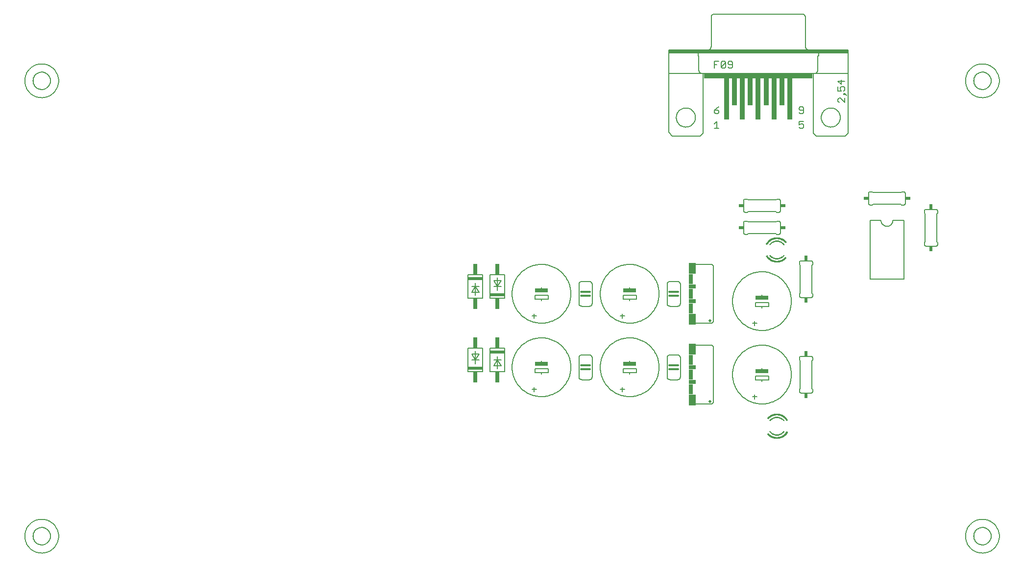
<source format=gto>
G75*
%MOIN*%
%OFA0B0*%
%FSLAX24Y24*%
%IPPOS*%
%LPD*%
%AMOC8*
5,1,8,0,0,1.08239X$1,22.5*
%
%ADD10C,0.0060*%
%ADD11R,0.0240X0.0340*%
%ADD12C,0.0120*%
%ADD13R,0.0900X0.0250*%
%ADD14C,0.0006*%
%ADD15C,0.0010*%
%ADD16R,0.1000X0.0200*%
%ADD17R,0.0300X0.0750*%
%ADD18C,0.0050*%
%ADD19R,0.7300X0.0300*%
%ADD20R,1.2200X0.0200*%
%ADD21R,0.0320X0.2850*%
%ADD22R,0.0320X0.1850*%
%ADD23R,0.0340X0.0240*%
%ADD24C,0.0200*%
%ADD25R,0.0500X0.0750*%
%ADD26R,0.0300X0.0700*%
%ADD27R,0.0500X0.0300*%
%ADD28C,0.0080*%
D10*
X001198Y002285D02*
X001200Y002352D01*
X001206Y002420D01*
X001216Y002487D01*
X001230Y002553D01*
X001247Y002618D01*
X001269Y002682D01*
X001294Y002745D01*
X001323Y002806D01*
X001355Y002865D01*
X001391Y002922D01*
X001430Y002977D01*
X001472Y003030D01*
X001517Y003080D01*
X001565Y003127D01*
X001616Y003172D01*
X001669Y003213D01*
X001725Y003252D01*
X001783Y003287D01*
X001843Y003318D01*
X001904Y003346D01*
X001967Y003370D01*
X002031Y003391D01*
X002097Y003407D01*
X002163Y003420D01*
X002230Y003429D01*
X002297Y003434D01*
X002365Y003435D01*
X002432Y003432D01*
X002499Y003425D01*
X002566Y003414D01*
X002632Y003399D01*
X002697Y003381D01*
X002761Y003358D01*
X002823Y003332D01*
X002884Y003303D01*
X002942Y003269D01*
X002999Y003233D01*
X003054Y003193D01*
X003106Y003150D01*
X003155Y003104D01*
X003202Y003055D01*
X003246Y003004D01*
X003286Y002950D01*
X003324Y002894D01*
X003358Y002835D01*
X003388Y002775D01*
X003415Y002713D01*
X003439Y002650D01*
X003458Y002585D01*
X003474Y002520D01*
X003486Y002453D01*
X003494Y002386D01*
X003498Y002319D01*
X003498Y002251D01*
X003494Y002184D01*
X003486Y002117D01*
X003474Y002050D01*
X003458Y001985D01*
X003439Y001920D01*
X003415Y001857D01*
X003388Y001795D01*
X003358Y001735D01*
X003324Y001676D01*
X003286Y001620D01*
X003246Y001566D01*
X003202Y001515D01*
X003155Y001466D01*
X003106Y001420D01*
X003054Y001377D01*
X002999Y001337D01*
X002942Y001301D01*
X002884Y001267D01*
X002823Y001238D01*
X002761Y001212D01*
X002697Y001189D01*
X002632Y001171D01*
X002566Y001156D01*
X002499Y001145D01*
X002432Y001138D01*
X002365Y001135D01*
X002297Y001136D01*
X002230Y001141D01*
X002163Y001150D01*
X002097Y001163D01*
X002031Y001179D01*
X001967Y001200D01*
X001904Y001224D01*
X001843Y001252D01*
X001783Y001283D01*
X001725Y001318D01*
X001669Y001357D01*
X001616Y001398D01*
X001565Y001443D01*
X001517Y001490D01*
X001472Y001540D01*
X001430Y001593D01*
X001391Y001648D01*
X001355Y001705D01*
X001323Y001764D01*
X001294Y001825D01*
X001269Y001888D01*
X001247Y001952D01*
X001230Y002017D01*
X001216Y002083D01*
X001206Y002150D01*
X001200Y002218D01*
X001198Y002285D01*
X031348Y013485D02*
X032348Y013485D01*
X032348Y015085D01*
X031348Y015085D01*
X031348Y013485D01*
X031848Y014035D02*
X031848Y014285D01*
X032098Y014285D01*
X031848Y014285D02*
X031598Y014285D01*
X031848Y014285D02*
X031598Y014685D01*
X032098Y014685D01*
X031848Y014285D01*
X031848Y014885D01*
X032848Y015085D02*
X033848Y015085D01*
X033848Y013485D01*
X032848Y013485D01*
X032848Y015085D01*
X033348Y014535D02*
X033348Y014285D01*
X033098Y014285D01*
X033348Y014285D02*
X033598Y014285D01*
X033348Y014285D02*
X033598Y013885D01*
X033098Y013885D01*
X033348Y014285D01*
X033348Y013685D01*
X035898Y013685D02*
X035898Y013435D01*
X036348Y013435D01*
X036798Y013435D01*
X036798Y013685D01*
X035898Y013685D01*
X034348Y013785D02*
X034350Y013874D01*
X034356Y013963D01*
X034366Y014052D01*
X034380Y014140D01*
X034397Y014227D01*
X034419Y014313D01*
X034445Y014399D01*
X034474Y014483D01*
X034507Y014566D01*
X034543Y014647D01*
X034584Y014727D01*
X034627Y014804D01*
X034674Y014880D01*
X034725Y014953D01*
X034778Y015024D01*
X034835Y015093D01*
X034895Y015159D01*
X034958Y015223D01*
X035023Y015283D01*
X035091Y015341D01*
X035162Y015395D01*
X035235Y015446D01*
X035310Y015494D01*
X035387Y015539D01*
X035466Y015580D01*
X035547Y015617D01*
X035629Y015651D01*
X035713Y015682D01*
X035798Y015708D01*
X035884Y015731D01*
X035971Y015749D01*
X036059Y015764D01*
X036148Y015775D01*
X036237Y015782D01*
X036326Y015785D01*
X036415Y015784D01*
X036504Y015779D01*
X036592Y015770D01*
X036681Y015757D01*
X036768Y015740D01*
X036855Y015720D01*
X036941Y015695D01*
X037025Y015667D01*
X037108Y015635D01*
X037190Y015599D01*
X037270Y015560D01*
X037348Y015517D01*
X037424Y015471D01*
X037498Y015421D01*
X037570Y015368D01*
X037639Y015312D01*
X037706Y015253D01*
X037770Y015191D01*
X037831Y015127D01*
X037890Y015059D01*
X037945Y014989D01*
X037997Y014917D01*
X038046Y014842D01*
X038091Y014766D01*
X038133Y014687D01*
X038171Y014607D01*
X038206Y014525D01*
X038237Y014441D01*
X038265Y014356D01*
X038288Y014270D01*
X038308Y014183D01*
X038324Y014096D01*
X038336Y014007D01*
X038344Y013919D01*
X038348Y013830D01*
X038348Y013740D01*
X038344Y013651D01*
X038336Y013563D01*
X038324Y013474D01*
X038308Y013387D01*
X038288Y013300D01*
X038265Y013214D01*
X038237Y013129D01*
X038206Y013045D01*
X038171Y012963D01*
X038133Y012883D01*
X038091Y012804D01*
X038046Y012728D01*
X037997Y012653D01*
X037945Y012581D01*
X037890Y012511D01*
X037831Y012443D01*
X037770Y012379D01*
X037706Y012317D01*
X037639Y012258D01*
X037570Y012202D01*
X037498Y012149D01*
X037424Y012099D01*
X037348Y012053D01*
X037270Y012010D01*
X037190Y011971D01*
X037108Y011935D01*
X037025Y011903D01*
X036941Y011875D01*
X036855Y011850D01*
X036768Y011830D01*
X036681Y011813D01*
X036592Y011800D01*
X036504Y011791D01*
X036415Y011786D01*
X036326Y011785D01*
X036237Y011788D01*
X036148Y011795D01*
X036059Y011806D01*
X035971Y011821D01*
X035884Y011839D01*
X035798Y011862D01*
X035713Y011888D01*
X035629Y011919D01*
X035547Y011953D01*
X035466Y011990D01*
X035387Y012031D01*
X035310Y012076D01*
X035235Y012124D01*
X035162Y012175D01*
X035091Y012229D01*
X035023Y012287D01*
X034958Y012347D01*
X034895Y012411D01*
X034835Y012477D01*
X034778Y012546D01*
X034725Y012617D01*
X034674Y012690D01*
X034627Y012766D01*
X034584Y012843D01*
X034543Y012923D01*
X034507Y013004D01*
X034474Y013087D01*
X034445Y013171D01*
X034419Y013257D01*
X034397Y013343D01*
X034380Y013430D01*
X034366Y013518D01*
X034356Y013607D01*
X034350Y013696D01*
X034348Y013785D01*
X036348Y014035D02*
X036348Y014235D01*
X036348Y013435D02*
X036348Y013335D01*
X035848Y012435D02*
X035848Y012135D01*
X035698Y012285D02*
X035998Y012285D01*
X038898Y013135D02*
X038898Y014435D01*
X038900Y014461D01*
X038905Y014487D01*
X038913Y014512D01*
X038925Y014535D01*
X038939Y014557D01*
X038957Y014576D01*
X038976Y014594D01*
X038998Y014608D01*
X039021Y014620D01*
X039046Y014628D01*
X039072Y014633D01*
X039098Y014635D01*
X039598Y014635D01*
X039624Y014633D01*
X039650Y014628D01*
X039675Y014620D01*
X039698Y014608D01*
X039720Y014594D01*
X039739Y014576D01*
X039757Y014557D01*
X039771Y014535D01*
X039783Y014512D01*
X039791Y014487D01*
X039796Y014461D01*
X039798Y014435D01*
X039798Y013135D01*
X039796Y013109D01*
X039791Y013083D01*
X039783Y013058D01*
X039771Y013035D01*
X039757Y013013D01*
X039739Y012994D01*
X039720Y012976D01*
X039698Y012962D01*
X039675Y012950D01*
X039650Y012942D01*
X039624Y012937D01*
X039598Y012935D01*
X039098Y012935D01*
X039072Y012937D01*
X039046Y012942D01*
X039021Y012950D01*
X038998Y012962D01*
X038976Y012976D01*
X038957Y012994D01*
X038939Y013013D01*
X038925Y013035D01*
X038913Y013058D01*
X038905Y013083D01*
X038900Y013109D01*
X038898Y013135D01*
X041698Y012285D02*
X041998Y012285D01*
X041848Y012435D02*
X041848Y012135D01*
X042348Y013335D02*
X042348Y013435D01*
X041898Y013435D01*
X041898Y013685D01*
X042798Y013685D01*
X042798Y013435D01*
X042348Y013435D01*
X040348Y013785D02*
X040350Y013874D01*
X040356Y013963D01*
X040366Y014052D01*
X040380Y014140D01*
X040397Y014227D01*
X040419Y014313D01*
X040445Y014399D01*
X040474Y014483D01*
X040507Y014566D01*
X040543Y014647D01*
X040584Y014727D01*
X040627Y014804D01*
X040674Y014880D01*
X040725Y014953D01*
X040778Y015024D01*
X040835Y015093D01*
X040895Y015159D01*
X040958Y015223D01*
X041023Y015283D01*
X041091Y015341D01*
X041162Y015395D01*
X041235Y015446D01*
X041310Y015494D01*
X041387Y015539D01*
X041466Y015580D01*
X041547Y015617D01*
X041629Y015651D01*
X041713Y015682D01*
X041798Y015708D01*
X041884Y015731D01*
X041971Y015749D01*
X042059Y015764D01*
X042148Y015775D01*
X042237Y015782D01*
X042326Y015785D01*
X042415Y015784D01*
X042504Y015779D01*
X042592Y015770D01*
X042681Y015757D01*
X042768Y015740D01*
X042855Y015720D01*
X042941Y015695D01*
X043025Y015667D01*
X043108Y015635D01*
X043190Y015599D01*
X043270Y015560D01*
X043348Y015517D01*
X043424Y015471D01*
X043498Y015421D01*
X043570Y015368D01*
X043639Y015312D01*
X043706Y015253D01*
X043770Y015191D01*
X043831Y015127D01*
X043890Y015059D01*
X043945Y014989D01*
X043997Y014917D01*
X044046Y014842D01*
X044091Y014766D01*
X044133Y014687D01*
X044171Y014607D01*
X044206Y014525D01*
X044237Y014441D01*
X044265Y014356D01*
X044288Y014270D01*
X044308Y014183D01*
X044324Y014096D01*
X044336Y014007D01*
X044344Y013919D01*
X044348Y013830D01*
X044348Y013740D01*
X044344Y013651D01*
X044336Y013563D01*
X044324Y013474D01*
X044308Y013387D01*
X044288Y013300D01*
X044265Y013214D01*
X044237Y013129D01*
X044206Y013045D01*
X044171Y012963D01*
X044133Y012883D01*
X044091Y012804D01*
X044046Y012728D01*
X043997Y012653D01*
X043945Y012581D01*
X043890Y012511D01*
X043831Y012443D01*
X043770Y012379D01*
X043706Y012317D01*
X043639Y012258D01*
X043570Y012202D01*
X043498Y012149D01*
X043424Y012099D01*
X043348Y012053D01*
X043270Y012010D01*
X043190Y011971D01*
X043108Y011935D01*
X043025Y011903D01*
X042941Y011875D01*
X042855Y011850D01*
X042768Y011830D01*
X042681Y011813D01*
X042592Y011800D01*
X042504Y011791D01*
X042415Y011786D01*
X042326Y011785D01*
X042237Y011788D01*
X042148Y011795D01*
X042059Y011806D01*
X041971Y011821D01*
X041884Y011839D01*
X041798Y011862D01*
X041713Y011888D01*
X041629Y011919D01*
X041547Y011953D01*
X041466Y011990D01*
X041387Y012031D01*
X041310Y012076D01*
X041235Y012124D01*
X041162Y012175D01*
X041091Y012229D01*
X041023Y012287D01*
X040958Y012347D01*
X040895Y012411D01*
X040835Y012477D01*
X040778Y012546D01*
X040725Y012617D01*
X040674Y012690D01*
X040627Y012766D01*
X040584Y012843D01*
X040543Y012923D01*
X040507Y013004D01*
X040474Y013087D01*
X040445Y013171D01*
X040419Y013257D01*
X040397Y013343D01*
X040380Y013430D01*
X040366Y013518D01*
X040356Y013607D01*
X040350Y013696D01*
X040348Y013785D01*
X042348Y014035D02*
X042348Y014235D01*
X044898Y014435D02*
X044898Y013135D01*
X044900Y013109D01*
X044905Y013083D01*
X044913Y013058D01*
X044925Y013035D01*
X044939Y013013D01*
X044957Y012994D01*
X044976Y012976D01*
X044998Y012962D01*
X045021Y012950D01*
X045046Y012942D01*
X045072Y012937D01*
X045098Y012935D01*
X045598Y012935D01*
X045624Y012937D01*
X045650Y012942D01*
X045675Y012950D01*
X045698Y012962D01*
X045720Y012976D01*
X045739Y012994D01*
X045757Y013013D01*
X045771Y013035D01*
X045783Y013058D01*
X045791Y013083D01*
X045796Y013109D01*
X045798Y013135D01*
X045798Y014435D01*
X045796Y014461D01*
X045791Y014487D01*
X045783Y014512D01*
X045771Y014535D01*
X045757Y014557D01*
X045739Y014576D01*
X045720Y014594D01*
X045698Y014608D01*
X045675Y014620D01*
X045650Y014628D01*
X045624Y014633D01*
X045598Y014635D01*
X045098Y014635D01*
X045072Y014633D01*
X045046Y014628D01*
X045021Y014620D01*
X044998Y014608D01*
X044976Y014594D01*
X044957Y014576D01*
X044939Y014557D01*
X044925Y014535D01*
X044913Y014512D01*
X044905Y014487D01*
X044900Y014461D01*
X044898Y014435D01*
X046798Y015285D02*
X047948Y015285D01*
X048048Y015185D01*
X048048Y011385D01*
X047948Y011285D01*
X046798Y011285D01*
X050698Y011785D02*
X050998Y011785D01*
X050848Y011935D02*
X050848Y011635D01*
X051348Y012835D02*
X051348Y012935D01*
X050898Y012935D01*
X050898Y013185D01*
X051798Y013185D01*
X051798Y012935D01*
X051348Y012935D01*
X049348Y013285D02*
X049350Y013374D01*
X049356Y013463D01*
X049366Y013552D01*
X049380Y013640D01*
X049397Y013727D01*
X049419Y013813D01*
X049445Y013899D01*
X049474Y013983D01*
X049507Y014066D01*
X049543Y014147D01*
X049584Y014227D01*
X049627Y014304D01*
X049674Y014380D01*
X049725Y014453D01*
X049778Y014524D01*
X049835Y014593D01*
X049895Y014659D01*
X049958Y014723D01*
X050023Y014783D01*
X050091Y014841D01*
X050162Y014895D01*
X050235Y014946D01*
X050310Y014994D01*
X050387Y015039D01*
X050466Y015080D01*
X050547Y015117D01*
X050629Y015151D01*
X050713Y015182D01*
X050798Y015208D01*
X050884Y015231D01*
X050971Y015249D01*
X051059Y015264D01*
X051148Y015275D01*
X051237Y015282D01*
X051326Y015285D01*
X051415Y015284D01*
X051504Y015279D01*
X051592Y015270D01*
X051681Y015257D01*
X051768Y015240D01*
X051855Y015220D01*
X051941Y015195D01*
X052025Y015167D01*
X052108Y015135D01*
X052190Y015099D01*
X052270Y015060D01*
X052348Y015017D01*
X052424Y014971D01*
X052498Y014921D01*
X052570Y014868D01*
X052639Y014812D01*
X052706Y014753D01*
X052770Y014691D01*
X052831Y014627D01*
X052890Y014559D01*
X052945Y014489D01*
X052997Y014417D01*
X053046Y014342D01*
X053091Y014266D01*
X053133Y014187D01*
X053171Y014107D01*
X053206Y014025D01*
X053237Y013941D01*
X053265Y013856D01*
X053288Y013770D01*
X053308Y013683D01*
X053324Y013596D01*
X053336Y013507D01*
X053344Y013419D01*
X053348Y013330D01*
X053348Y013240D01*
X053344Y013151D01*
X053336Y013063D01*
X053324Y012974D01*
X053308Y012887D01*
X053288Y012800D01*
X053265Y012714D01*
X053237Y012629D01*
X053206Y012545D01*
X053171Y012463D01*
X053133Y012383D01*
X053091Y012304D01*
X053046Y012228D01*
X052997Y012153D01*
X052945Y012081D01*
X052890Y012011D01*
X052831Y011943D01*
X052770Y011879D01*
X052706Y011817D01*
X052639Y011758D01*
X052570Y011702D01*
X052498Y011649D01*
X052424Y011599D01*
X052348Y011553D01*
X052270Y011510D01*
X052190Y011471D01*
X052108Y011435D01*
X052025Y011403D01*
X051941Y011375D01*
X051855Y011350D01*
X051768Y011330D01*
X051681Y011313D01*
X051592Y011300D01*
X051504Y011291D01*
X051415Y011286D01*
X051326Y011285D01*
X051237Y011288D01*
X051148Y011295D01*
X051059Y011306D01*
X050971Y011321D01*
X050884Y011339D01*
X050798Y011362D01*
X050713Y011388D01*
X050629Y011419D01*
X050547Y011453D01*
X050466Y011490D01*
X050387Y011531D01*
X050310Y011576D01*
X050235Y011624D01*
X050162Y011675D01*
X050091Y011729D01*
X050023Y011787D01*
X049958Y011847D01*
X049895Y011911D01*
X049835Y011977D01*
X049778Y012046D01*
X049725Y012117D01*
X049674Y012190D01*
X049627Y012266D01*
X049584Y012343D01*
X049543Y012423D01*
X049507Y012504D01*
X049474Y012587D01*
X049445Y012671D01*
X049419Y012757D01*
X049397Y012843D01*
X049380Y012930D01*
X049366Y013018D01*
X049356Y013107D01*
X049350Y013196D01*
X049348Y013285D01*
X051348Y013535D02*
X051348Y013735D01*
X053898Y014285D02*
X053898Y014435D01*
X053900Y014452D01*
X053904Y014469D01*
X053911Y014485D01*
X053921Y014499D01*
X053934Y014512D01*
X053948Y014522D01*
X053964Y014529D01*
X053981Y014533D01*
X053998Y014535D01*
X054698Y014535D01*
X054715Y014533D01*
X054732Y014529D01*
X054748Y014522D01*
X054762Y014512D01*
X054775Y014499D01*
X054785Y014485D01*
X054792Y014469D01*
X054796Y014452D01*
X054798Y014435D01*
X054798Y014285D01*
X054748Y014235D01*
X054748Y012335D01*
X054798Y012285D01*
X054798Y012135D01*
X054796Y012118D01*
X054792Y012101D01*
X054785Y012085D01*
X054775Y012071D01*
X054762Y012058D01*
X054748Y012048D01*
X054732Y012041D01*
X054715Y012037D01*
X054698Y012035D01*
X053998Y012035D01*
X053981Y012037D01*
X053964Y012041D01*
X053948Y012048D01*
X053934Y012058D01*
X053921Y012071D01*
X053911Y012085D01*
X053904Y012101D01*
X053900Y012118D01*
X053898Y012135D01*
X053898Y012285D01*
X053948Y012335D01*
X053948Y014235D01*
X053898Y014285D01*
X050848Y016635D02*
X050848Y016935D01*
X050698Y016785D02*
X050998Y016785D01*
X051348Y017835D02*
X051348Y017935D01*
X050898Y017935D01*
X050898Y018185D01*
X051798Y018185D01*
X051798Y017935D01*
X051348Y017935D01*
X049348Y018285D02*
X049350Y018374D01*
X049356Y018463D01*
X049366Y018552D01*
X049380Y018640D01*
X049397Y018727D01*
X049419Y018813D01*
X049445Y018899D01*
X049474Y018983D01*
X049507Y019066D01*
X049543Y019147D01*
X049584Y019227D01*
X049627Y019304D01*
X049674Y019380D01*
X049725Y019453D01*
X049778Y019524D01*
X049835Y019593D01*
X049895Y019659D01*
X049958Y019723D01*
X050023Y019783D01*
X050091Y019841D01*
X050162Y019895D01*
X050235Y019946D01*
X050310Y019994D01*
X050387Y020039D01*
X050466Y020080D01*
X050547Y020117D01*
X050629Y020151D01*
X050713Y020182D01*
X050798Y020208D01*
X050884Y020231D01*
X050971Y020249D01*
X051059Y020264D01*
X051148Y020275D01*
X051237Y020282D01*
X051326Y020285D01*
X051415Y020284D01*
X051504Y020279D01*
X051592Y020270D01*
X051681Y020257D01*
X051768Y020240D01*
X051855Y020220D01*
X051941Y020195D01*
X052025Y020167D01*
X052108Y020135D01*
X052190Y020099D01*
X052270Y020060D01*
X052348Y020017D01*
X052424Y019971D01*
X052498Y019921D01*
X052570Y019868D01*
X052639Y019812D01*
X052706Y019753D01*
X052770Y019691D01*
X052831Y019627D01*
X052890Y019559D01*
X052945Y019489D01*
X052997Y019417D01*
X053046Y019342D01*
X053091Y019266D01*
X053133Y019187D01*
X053171Y019107D01*
X053206Y019025D01*
X053237Y018941D01*
X053265Y018856D01*
X053288Y018770D01*
X053308Y018683D01*
X053324Y018596D01*
X053336Y018507D01*
X053344Y018419D01*
X053348Y018330D01*
X053348Y018240D01*
X053344Y018151D01*
X053336Y018063D01*
X053324Y017974D01*
X053308Y017887D01*
X053288Y017800D01*
X053265Y017714D01*
X053237Y017629D01*
X053206Y017545D01*
X053171Y017463D01*
X053133Y017383D01*
X053091Y017304D01*
X053046Y017228D01*
X052997Y017153D01*
X052945Y017081D01*
X052890Y017011D01*
X052831Y016943D01*
X052770Y016879D01*
X052706Y016817D01*
X052639Y016758D01*
X052570Y016702D01*
X052498Y016649D01*
X052424Y016599D01*
X052348Y016553D01*
X052270Y016510D01*
X052190Y016471D01*
X052108Y016435D01*
X052025Y016403D01*
X051941Y016375D01*
X051855Y016350D01*
X051768Y016330D01*
X051681Y016313D01*
X051592Y016300D01*
X051504Y016291D01*
X051415Y016286D01*
X051326Y016285D01*
X051237Y016288D01*
X051148Y016295D01*
X051059Y016306D01*
X050971Y016321D01*
X050884Y016339D01*
X050798Y016362D01*
X050713Y016388D01*
X050629Y016419D01*
X050547Y016453D01*
X050466Y016490D01*
X050387Y016531D01*
X050310Y016576D01*
X050235Y016624D01*
X050162Y016675D01*
X050091Y016729D01*
X050023Y016787D01*
X049958Y016847D01*
X049895Y016911D01*
X049835Y016977D01*
X049778Y017046D01*
X049725Y017117D01*
X049674Y017190D01*
X049627Y017266D01*
X049584Y017343D01*
X049543Y017423D01*
X049507Y017504D01*
X049474Y017587D01*
X049445Y017671D01*
X049419Y017757D01*
X049397Y017843D01*
X049380Y017930D01*
X049366Y018018D01*
X049356Y018107D01*
X049350Y018196D01*
X049348Y018285D01*
X051348Y018535D02*
X051348Y018735D01*
X053898Y018785D02*
X053948Y018835D01*
X053948Y020735D01*
X053898Y020785D01*
X053898Y020935D01*
X053900Y020952D01*
X053904Y020969D01*
X053911Y020985D01*
X053921Y020999D01*
X053934Y021012D01*
X053948Y021022D01*
X053964Y021029D01*
X053981Y021033D01*
X053998Y021035D01*
X054698Y021035D01*
X054715Y021033D01*
X054732Y021029D01*
X054748Y021022D01*
X054762Y021012D01*
X054775Y020999D01*
X054785Y020985D01*
X054792Y020969D01*
X054796Y020952D01*
X054798Y020935D01*
X054798Y020785D01*
X054748Y020735D01*
X054748Y018835D01*
X054798Y018785D01*
X054798Y018635D01*
X054796Y018618D01*
X054792Y018601D01*
X054785Y018585D01*
X054775Y018571D01*
X054762Y018558D01*
X054748Y018548D01*
X054732Y018541D01*
X054715Y018537D01*
X054698Y018535D01*
X053998Y018535D01*
X053981Y018537D01*
X053964Y018541D01*
X053948Y018548D01*
X053934Y018558D01*
X053921Y018571D01*
X053911Y018585D01*
X053904Y018601D01*
X053900Y018618D01*
X053898Y018635D01*
X053898Y018785D01*
X058698Y019785D02*
X060998Y019785D01*
X060998Y023785D01*
X060248Y023785D01*
X060246Y023746D01*
X060240Y023707D01*
X060231Y023669D01*
X060218Y023632D01*
X060201Y023596D01*
X060181Y023563D01*
X060157Y023531D01*
X060131Y023502D01*
X060102Y023476D01*
X060070Y023452D01*
X060037Y023432D01*
X060001Y023415D01*
X059964Y023402D01*
X059926Y023393D01*
X059887Y023387D01*
X059848Y023385D01*
X059809Y023387D01*
X059770Y023393D01*
X059732Y023402D01*
X059695Y023415D01*
X059659Y023432D01*
X059626Y023452D01*
X059594Y023476D01*
X059565Y023502D01*
X059539Y023531D01*
X059515Y023563D01*
X059495Y023596D01*
X059478Y023632D01*
X059465Y023669D01*
X059456Y023707D01*
X059450Y023746D01*
X059448Y023785D01*
X058698Y023785D01*
X058698Y019785D01*
X062398Y022135D02*
X062398Y022285D01*
X062448Y022335D01*
X062448Y024235D01*
X062398Y024285D01*
X062398Y024435D01*
X062400Y024452D01*
X062404Y024469D01*
X062411Y024485D01*
X062421Y024499D01*
X062434Y024512D01*
X062448Y024522D01*
X062464Y024529D01*
X062481Y024533D01*
X062498Y024535D01*
X063198Y024535D01*
X063215Y024533D01*
X063232Y024529D01*
X063248Y024522D01*
X063262Y024512D01*
X063275Y024499D01*
X063285Y024485D01*
X063292Y024469D01*
X063296Y024452D01*
X063298Y024435D01*
X063298Y024285D01*
X063248Y024235D01*
X063248Y022335D01*
X063298Y022285D01*
X063298Y022135D01*
X063296Y022118D01*
X063292Y022101D01*
X063285Y022085D01*
X063275Y022071D01*
X063262Y022058D01*
X063248Y022048D01*
X063232Y022041D01*
X063215Y022037D01*
X063198Y022035D01*
X062498Y022035D01*
X062481Y022037D01*
X062464Y022041D01*
X062448Y022048D01*
X062434Y022058D01*
X062421Y022071D01*
X062411Y022085D01*
X062404Y022101D01*
X062400Y022118D01*
X062398Y022135D01*
X060998Y024835D02*
X060848Y024835D01*
X060798Y024885D01*
X058898Y024885D01*
X058848Y024835D01*
X058698Y024835D01*
X058681Y024837D01*
X058664Y024841D01*
X058648Y024848D01*
X058634Y024858D01*
X058621Y024871D01*
X058611Y024885D01*
X058604Y024901D01*
X058600Y024918D01*
X058598Y024935D01*
X058598Y025635D01*
X058600Y025652D01*
X058604Y025669D01*
X058611Y025685D01*
X058621Y025699D01*
X058634Y025712D01*
X058648Y025722D01*
X058664Y025729D01*
X058681Y025733D01*
X058698Y025735D01*
X058848Y025735D01*
X058898Y025685D01*
X060798Y025685D01*
X060848Y025735D01*
X060998Y025735D01*
X061015Y025733D01*
X061032Y025729D01*
X061048Y025722D01*
X061062Y025712D01*
X061075Y025699D01*
X061085Y025685D01*
X061092Y025669D01*
X061096Y025652D01*
X061098Y025635D01*
X061098Y024935D01*
X061096Y024918D01*
X061092Y024901D01*
X061085Y024885D01*
X061075Y024871D01*
X061062Y024858D01*
X061048Y024848D01*
X061032Y024841D01*
X061015Y024837D01*
X060998Y024835D01*
X056998Y029535D02*
X055048Y029535D01*
X054848Y029735D01*
X054848Y033785D01*
X055198Y033785D01*
X057198Y033785D01*
X057198Y033735D01*
X057198Y029735D01*
X056998Y029535D01*
X055378Y030785D02*
X055380Y030835D01*
X055386Y030885D01*
X055396Y030935D01*
X055409Y030983D01*
X055426Y031031D01*
X055447Y031077D01*
X055471Y031121D01*
X055499Y031163D01*
X055530Y031203D01*
X055564Y031240D01*
X055601Y031275D01*
X055640Y031306D01*
X055681Y031335D01*
X055725Y031360D01*
X055771Y031382D01*
X055818Y031400D01*
X055866Y031414D01*
X055915Y031425D01*
X055965Y031432D01*
X056015Y031435D01*
X056066Y031434D01*
X056116Y031429D01*
X056166Y031420D01*
X056214Y031408D01*
X056262Y031391D01*
X056308Y031371D01*
X056353Y031348D01*
X056396Y031321D01*
X056436Y031291D01*
X056474Y031258D01*
X056509Y031222D01*
X056542Y031183D01*
X056571Y031142D01*
X056597Y031099D01*
X056620Y031054D01*
X056639Y031007D01*
X056654Y030959D01*
X056666Y030910D01*
X056674Y030860D01*
X056678Y030810D01*
X056678Y030760D01*
X056674Y030710D01*
X056666Y030660D01*
X056654Y030611D01*
X056639Y030563D01*
X056620Y030516D01*
X056597Y030471D01*
X056571Y030428D01*
X056542Y030387D01*
X056509Y030348D01*
X056474Y030312D01*
X056436Y030279D01*
X056396Y030249D01*
X056353Y030222D01*
X056308Y030199D01*
X056262Y030179D01*
X056214Y030162D01*
X056166Y030150D01*
X056116Y030141D01*
X056066Y030136D01*
X056015Y030135D01*
X055965Y030138D01*
X055915Y030145D01*
X055866Y030156D01*
X055818Y030170D01*
X055771Y030188D01*
X055725Y030210D01*
X055681Y030235D01*
X055640Y030264D01*
X055601Y030295D01*
X055564Y030330D01*
X055530Y030367D01*
X055499Y030407D01*
X055471Y030449D01*
X055447Y030493D01*
X055426Y030539D01*
X055409Y030587D01*
X055396Y030635D01*
X055386Y030685D01*
X055380Y030735D01*
X055378Y030785D01*
X054748Y033485D02*
X054748Y033785D01*
X054848Y033785D01*
X054748Y033785D02*
X047448Y033785D01*
X047448Y033485D01*
X054748Y033485D01*
X054898Y033785D02*
X054928Y033787D01*
X054958Y033792D01*
X054987Y033801D01*
X055014Y033814D01*
X055040Y033829D01*
X055064Y033848D01*
X055085Y033869D01*
X055104Y033893D01*
X055119Y033919D01*
X055132Y033946D01*
X055141Y033975D01*
X055146Y034005D01*
X055148Y034035D01*
X055148Y034985D01*
X055198Y034985D01*
X055198Y035185D01*
X056198Y035185D01*
X057198Y035185D01*
X057198Y034985D01*
X057198Y033785D01*
X057198Y035185D02*
X057198Y035385D01*
X054148Y035385D01*
X048048Y035385D01*
X044998Y035385D01*
X044998Y035185D01*
X045998Y035185D01*
X046998Y035185D01*
X055198Y035185D01*
X054548Y035385D02*
X054518Y035387D01*
X054488Y035392D01*
X054459Y035401D01*
X054432Y035414D01*
X054406Y035429D01*
X054382Y035448D01*
X054361Y035469D01*
X054342Y035493D01*
X054327Y035519D01*
X054314Y035546D01*
X054305Y035575D01*
X054300Y035605D01*
X054298Y035635D01*
X054298Y037635D01*
X054296Y037661D01*
X054291Y037687D01*
X054283Y037712D01*
X054271Y037735D01*
X054257Y037757D01*
X054239Y037776D01*
X054220Y037794D01*
X054198Y037808D01*
X054175Y037820D01*
X054150Y037828D01*
X054124Y037833D01*
X054098Y037835D01*
X053998Y037835D01*
X048198Y037835D01*
X048098Y037835D01*
X048072Y037833D01*
X048046Y037828D01*
X048021Y037820D01*
X047998Y037808D01*
X047976Y037794D01*
X047957Y037776D01*
X047939Y037757D01*
X047925Y037735D01*
X047913Y037712D01*
X047905Y037687D01*
X047900Y037661D01*
X047898Y037635D01*
X047898Y035635D01*
X047896Y035605D01*
X047891Y035575D01*
X047882Y035546D01*
X047869Y035519D01*
X047854Y035493D01*
X047835Y035469D01*
X047814Y035448D01*
X047790Y035429D01*
X047764Y035414D01*
X047737Y035401D01*
X047708Y035392D01*
X047678Y035387D01*
X047648Y035385D01*
X046998Y035185D02*
X046998Y034985D01*
X047048Y034985D01*
X047048Y034035D01*
X047050Y034005D01*
X047055Y033975D01*
X047064Y033946D01*
X047077Y033919D01*
X047092Y033893D01*
X047111Y033869D01*
X047132Y033848D01*
X047156Y033829D01*
X047182Y033814D01*
X047209Y033801D01*
X047238Y033792D01*
X047268Y033787D01*
X047298Y033785D01*
X047348Y033785D02*
X047348Y029735D01*
X047148Y029535D01*
X045248Y029535D01*
X044998Y029785D01*
X044998Y033735D01*
X044998Y033785D01*
X044998Y034985D01*
X044998Y035185D01*
X044998Y033785D02*
X046998Y033785D01*
X047348Y033785D01*
X047448Y033785D01*
X045518Y030785D02*
X045520Y030835D01*
X045526Y030885D01*
X045536Y030935D01*
X045549Y030983D01*
X045566Y031031D01*
X045587Y031077D01*
X045611Y031121D01*
X045639Y031163D01*
X045670Y031203D01*
X045704Y031240D01*
X045741Y031275D01*
X045780Y031306D01*
X045821Y031335D01*
X045865Y031360D01*
X045911Y031382D01*
X045958Y031400D01*
X046006Y031414D01*
X046055Y031425D01*
X046105Y031432D01*
X046155Y031435D01*
X046206Y031434D01*
X046256Y031429D01*
X046306Y031420D01*
X046354Y031408D01*
X046402Y031391D01*
X046448Y031371D01*
X046493Y031348D01*
X046536Y031321D01*
X046576Y031291D01*
X046614Y031258D01*
X046649Y031222D01*
X046682Y031183D01*
X046711Y031142D01*
X046737Y031099D01*
X046760Y031054D01*
X046779Y031007D01*
X046794Y030959D01*
X046806Y030910D01*
X046814Y030860D01*
X046818Y030810D01*
X046818Y030760D01*
X046814Y030710D01*
X046806Y030660D01*
X046794Y030611D01*
X046779Y030563D01*
X046760Y030516D01*
X046737Y030471D01*
X046711Y030428D01*
X046682Y030387D01*
X046649Y030348D01*
X046614Y030312D01*
X046576Y030279D01*
X046536Y030249D01*
X046493Y030222D01*
X046448Y030199D01*
X046402Y030179D01*
X046354Y030162D01*
X046306Y030150D01*
X046256Y030141D01*
X046206Y030136D01*
X046155Y030135D01*
X046105Y030138D01*
X046055Y030145D01*
X046006Y030156D01*
X045958Y030170D01*
X045911Y030188D01*
X045865Y030210D01*
X045821Y030235D01*
X045780Y030264D01*
X045741Y030295D01*
X045704Y030330D01*
X045670Y030367D01*
X045639Y030407D01*
X045611Y030449D01*
X045587Y030493D01*
X045566Y030539D01*
X045549Y030587D01*
X045536Y030635D01*
X045526Y030685D01*
X045520Y030735D01*
X045518Y030785D01*
X050198Y025235D02*
X050348Y025235D01*
X050398Y025185D01*
X052298Y025185D01*
X052348Y025235D01*
X052498Y025235D01*
X052515Y025233D01*
X052532Y025229D01*
X052548Y025222D01*
X052562Y025212D01*
X052575Y025199D01*
X052585Y025185D01*
X052592Y025169D01*
X052596Y025152D01*
X052598Y025135D01*
X052598Y024435D01*
X052596Y024418D01*
X052592Y024401D01*
X052585Y024385D01*
X052575Y024371D01*
X052562Y024358D01*
X052548Y024348D01*
X052532Y024341D01*
X052515Y024337D01*
X052498Y024335D01*
X052348Y024335D01*
X052298Y024385D01*
X050398Y024385D01*
X050348Y024335D01*
X050198Y024335D01*
X050181Y024337D01*
X050164Y024341D01*
X050148Y024348D01*
X050134Y024358D01*
X050121Y024371D01*
X050111Y024385D01*
X050104Y024401D01*
X050100Y024418D01*
X050098Y024435D01*
X050098Y025135D01*
X050100Y025152D01*
X050104Y025169D01*
X050111Y025185D01*
X050121Y025199D01*
X050134Y025212D01*
X050148Y025222D01*
X050164Y025229D01*
X050181Y025233D01*
X050198Y025235D01*
X050198Y023735D02*
X050348Y023735D01*
X050398Y023685D01*
X052298Y023685D01*
X052348Y023735D01*
X052498Y023735D01*
X052515Y023733D01*
X052532Y023729D01*
X052548Y023722D01*
X052562Y023712D01*
X052575Y023699D01*
X052585Y023685D01*
X052592Y023669D01*
X052596Y023652D01*
X052598Y023635D01*
X052598Y022935D01*
X052596Y022918D01*
X052592Y022901D01*
X052585Y022885D01*
X052575Y022871D01*
X052562Y022858D01*
X052548Y022848D01*
X052532Y022841D01*
X052515Y022837D01*
X052498Y022835D01*
X052348Y022835D01*
X052298Y022885D01*
X050398Y022885D01*
X050348Y022835D01*
X050198Y022835D01*
X050181Y022837D01*
X050164Y022841D01*
X050148Y022848D01*
X050134Y022858D01*
X050121Y022871D01*
X050111Y022885D01*
X050104Y022901D01*
X050100Y022918D01*
X050098Y022935D01*
X050098Y023635D01*
X050100Y023652D01*
X050104Y023669D01*
X050111Y023685D01*
X050121Y023699D01*
X050134Y023712D01*
X050148Y023722D01*
X050164Y023729D01*
X050181Y023733D01*
X050198Y023735D01*
X047948Y020785D02*
X046798Y020785D01*
X047948Y020785D02*
X048048Y020685D01*
X048048Y016885D01*
X047948Y016785D01*
X046798Y016785D01*
X045598Y017935D02*
X045098Y017935D01*
X045072Y017937D01*
X045046Y017942D01*
X045021Y017950D01*
X044998Y017962D01*
X044976Y017976D01*
X044957Y017994D01*
X044939Y018013D01*
X044925Y018035D01*
X044913Y018058D01*
X044905Y018083D01*
X044900Y018109D01*
X044898Y018135D01*
X044898Y019435D01*
X044900Y019461D01*
X044905Y019487D01*
X044913Y019512D01*
X044925Y019535D01*
X044939Y019557D01*
X044957Y019576D01*
X044976Y019594D01*
X044998Y019608D01*
X045021Y019620D01*
X045046Y019628D01*
X045072Y019633D01*
X045098Y019635D01*
X045598Y019635D01*
X045624Y019633D01*
X045650Y019628D01*
X045675Y019620D01*
X045698Y019608D01*
X045720Y019594D01*
X045739Y019576D01*
X045757Y019557D01*
X045771Y019535D01*
X045783Y019512D01*
X045791Y019487D01*
X045796Y019461D01*
X045798Y019435D01*
X045798Y018135D01*
X045796Y018109D01*
X045791Y018083D01*
X045783Y018058D01*
X045771Y018035D01*
X045757Y018013D01*
X045739Y017994D01*
X045720Y017976D01*
X045698Y017962D01*
X045675Y017950D01*
X045650Y017942D01*
X045624Y017937D01*
X045598Y017935D01*
X042798Y018435D02*
X042798Y018685D01*
X041898Y018685D01*
X041898Y018435D01*
X042348Y018435D01*
X042798Y018435D01*
X042348Y018435D02*
X042348Y018335D01*
X040348Y018785D02*
X040350Y018874D01*
X040356Y018963D01*
X040366Y019052D01*
X040380Y019140D01*
X040397Y019227D01*
X040419Y019313D01*
X040445Y019399D01*
X040474Y019483D01*
X040507Y019566D01*
X040543Y019647D01*
X040584Y019727D01*
X040627Y019804D01*
X040674Y019880D01*
X040725Y019953D01*
X040778Y020024D01*
X040835Y020093D01*
X040895Y020159D01*
X040958Y020223D01*
X041023Y020283D01*
X041091Y020341D01*
X041162Y020395D01*
X041235Y020446D01*
X041310Y020494D01*
X041387Y020539D01*
X041466Y020580D01*
X041547Y020617D01*
X041629Y020651D01*
X041713Y020682D01*
X041798Y020708D01*
X041884Y020731D01*
X041971Y020749D01*
X042059Y020764D01*
X042148Y020775D01*
X042237Y020782D01*
X042326Y020785D01*
X042415Y020784D01*
X042504Y020779D01*
X042592Y020770D01*
X042681Y020757D01*
X042768Y020740D01*
X042855Y020720D01*
X042941Y020695D01*
X043025Y020667D01*
X043108Y020635D01*
X043190Y020599D01*
X043270Y020560D01*
X043348Y020517D01*
X043424Y020471D01*
X043498Y020421D01*
X043570Y020368D01*
X043639Y020312D01*
X043706Y020253D01*
X043770Y020191D01*
X043831Y020127D01*
X043890Y020059D01*
X043945Y019989D01*
X043997Y019917D01*
X044046Y019842D01*
X044091Y019766D01*
X044133Y019687D01*
X044171Y019607D01*
X044206Y019525D01*
X044237Y019441D01*
X044265Y019356D01*
X044288Y019270D01*
X044308Y019183D01*
X044324Y019096D01*
X044336Y019007D01*
X044344Y018919D01*
X044348Y018830D01*
X044348Y018740D01*
X044344Y018651D01*
X044336Y018563D01*
X044324Y018474D01*
X044308Y018387D01*
X044288Y018300D01*
X044265Y018214D01*
X044237Y018129D01*
X044206Y018045D01*
X044171Y017963D01*
X044133Y017883D01*
X044091Y017804D01*
X044046Y017728D01*
X043997Y017653D01*
X043945Y017581D01*
X043890Y017511D01*
X043831Y017443D01*
X043770Y017379D01*
X043706Y017317D01*
X043639Y017258D01*
X043570Y017202D01*
X043498Y017149D01*
X043424Y017099D01*
X043348Y017053D01*
X043270Y017010D01*
X043190Y016971D01*
X043108Y016935D01*
X043025Y016903D01*
X042941Y016875D01*
X042855Y016850D01*
X042768Y016830D01*
X042681Y016813D01*
X042592Y016800D01*
X042504Y016791D01*
X042415Y016786D01*
X042326Y016785D01*
X042237Y016788D01*
X042148Y016795D01*
X042059Y016806D01*
X041971Y016821D01*
X041884Y016839D01*
X041798Y016862D01*
X041713Y016888D01*
X041629Y016919D01*
X041547Y016953D01*
X041466Y016990D01*
X041387Y017031D01*
X041310Y017076D01*
X041235Y017124D01*
X041162Y017175D01*
X041091Y017229D01*
X041023Y017287D01*
X040958Y017347D01*
X040895Y017411D01*
X040835Y017477D01*
X040778Y017546D01*
X040725Y017617D01*
X040674Y017690D01*
X040627Y017766D01*
X040584Y017843D01*
X040543Y017923D01*
X040507Y018004D01*
X040474Y018087D01*
X040445Y018171D01*
X040419Y018257D01*
X040397Y018343D01*
X040380Y018430D01*
X040366Y018518D01*
X040356Y018607D01*
X040350Y018696D01*
X040348Y018785D01*
X039798Y019435D02*
X039798Y018135D01*
X039796Y018109D01*
X039791Y018083D01*
X039783Y018058D01*
X039771Y018035D01*
X039757Y018013D01*
X039739Y017994D01*
X039720Y017976D01*
X039698Y017962D01*
X039675Y017950D01*
X039650Y017942D01*
X039624Y017937D01*
X039598Y017935D01*
X039098Y017935D01*
X039072Y017937D01*
X039046Y017942D01*
X039021Y017950D01*
X038998Y017962D01*
X038976Y017976D01*
X038957Y017994D01*
X038939Y018013D01*
X038925Y018035D01*
X038913Y018058D01*
X038905Y018083D01*
X038900Y018109D01*
X038898Y018135D01*
X038898Y019435D01*
X038900Y019461D01*
X038905Y019487D01*
X038913Y019512D01*
X038925Y019535D01*
X038939Y019557D01*
X038957Y019576D01*
X038976Y019594D01*
X038998Y019608D01*
X039021Y019620D01*
X039046Y019628D01*
X039072Y019633D01*
X039098Y019635D01*
X039598Y019635D01*
X039624Y019633D01*
X039650Y019628D01*
X039675Y019620D01*
X039698Y019608D01*
X039720Y019594D01*
X039739Y019576D01*
X039757Y019557D01*
X039771Y019535D01*
X039783Y019512D01*
X039791Y019487D01*
X039796Y019461D01*
X039798Y019435D01*
X042348Y019235D02*
X042348Y019035D01*
X041848Y017435D02*
X041848Y017135D01*
X041698Y017285D02*
X041998Y017285D01*
X036798Y018435D02*
X036798Y018685D01*
X035898Y018685D01*
X035898Y018435D01*
X036348Y018435D01*
X036798Y018435D01*
X036348Y018435D02*
X036348Y018335D01*
X034348Y018785D02*
X034350Y018874D01*
X034356Y018963D01*
X034366Y019052D01*
X034380Y019140D01*
X034397Y019227D01*
X034419Y019313D01*
X034445Y019399D01*
X034474Y019483D01*
X034507Y019566D01*
X034543Y019647D01*
X034584Y019727D01*
X034627Y019804D01*
X034674Y019880D01*
X034725Y019953D01*
X034778Y020024D01*
X034835Y020093D01*
X034895Y020159D01*
X034958Y020223D01*
X035023Y020283D01*
X035091Y020341D01*
X035162Y020395D01*
X035235Y020446D01*
X035310Y020494D01*
X035387Y020539D01*
X035466Y020580D01*
X035547Y020617D01*
X035629Y020651D01*
X035713Y020682D01*
X035798Y020708D01*
X035884Y020731D01*
X035971Y020749D01*
X036059Y020764D01*
X036148Y020775D01*
X036237Y020782D01*
X036326Y020785D01*
X036415Y020784D01*
X036504Y020779D01*
X036592Y020770D01*
X036681Y020757D01*
X036768Y020740D01*
X036855Y020720D01*
X036941Y020695D01*
X037025Y020667D01*
X037108Y020635D01*
X037190Y020599D01*
X037270Y020560D01*
X037348Y020517D01*
X037424Y020471D01*
X037498Y020421D01*
X037570Y020368D01*
X037639Y020312D01*
X037706Y020253D01*
X037770Y020191D01*
X037831Y020127D01*
X037890Y020059D01*
X037945Y019989D01*
X037997Y019917D01*
X038046Y019842D01*
X038091Y019766D01*
X038133Y019687D01*
X038171Y019607D01*
X038206Y019525D01*
X038237Y019441D01*
X038265Y019356D01*
X038288Y019270D01*
X038308Y019183D01*
X038324Y019096D01*
X038336Y019007D01*
X038344Y018919D01*
X038348Y018830D01*
X038348Y018740D01*
X038344Y018651D01*
X038336Y018563D01*
X038324Y018474D01*
X038308Y018387D01*
X038288Y018300D01*
X038265Y018214D01*
X038237Y018129D01*
X038206Y018045D01*
X038171Y017963D01*
X038133Y017883D01*
X038091Y017804D01*
X038046Y017728D01*
X037997Y017653D01*
X037945Y017581D01*
X037890Y017511D01*
X037831Y017443D01*
X037770Y017379D01*
X037706Y017317D01*
X037639Y017258D01*
X037570Y017202D01*
X037498Y017149D01*
X037424Y017099D01*
X037348Y017053D01*
X037270Y017010D01*
X037190Y016971D01*
X037108Y016935D01*
X037025Y016903D01*
X036941Y016875D01*
X036855Y016850D01*
X036768Y016830D01*
X036681Y016813D01*
X036592Y016800D01*
X036504Y016791D01*
X036415Y016786D01*
X036326Y016785D01*
X036237Y016788D01*
X036148Y016795D01*
X036059Y016806D01*
X035971Y016821D01*
X035884Y016839D01*
X035798Y016862D01*
X035713Y016888D01*
X035629Y016919D01*
X035547Y016953D01*
X035466Y016990D01*
X035387Y017031D01*
X035310Y017076D01*
X035235Y017124D01*
X035162Y017175D01*
X035091Y017229D01*
X035023Y017287D01*
X034958Y017347D01*
X034895Y017411D01*
X034835Y017477D01*
X034778Y017546D01*
X034725Y017617D01*
X034674Y017690D01*
X034627Y017766D01*
X034584Y017843D01*
X034543Y017923D01*
X034507Y018004D01*
X034474Y018087D01*
X034445Y018171D01*
X034419Y018257D01*
X034397Y018343D01*
X034380Y018430D01*
X034366Y018518D01*
X034356Y018607D01*
X034350Y018696D01*
X034348Y018785D01*
X033848Y018485D02*
X032848Y018485D01*
X032848Y020085D01*
X033848Y020085D01*
X033848Y018485D01*
X033348Y019035D02*
X033348Y019285D01*
X033598Y019285D01*
X033348Y019285D02*
X033098Y019285D01*
X033348Y019285D02*
X033098Y019685D01*
X033598Y019685D01*
X033348Y019285D01*
X033348Y019885D01*
X032348Y020085D02*
X031348Y020085D01*
X031348Y018485D01*
X032348Y018485D01*
X032348Y020085D01*
X031848Y019535D02*
X031848Y019285D01*
X031598Y019285D01*
X031848Y019285D02*
X031598Y018885D01*
X032098Y018885D01*
X031848Y019285D01*
X032098Y019285D01*
X031848Y019285D02*
X031848Y018685D01*
X035698Y017285D02*
X035998Y017285D01*
X035848Y017435D02*
X035848Y017135D01*
X036348Y019035D02*
X036348Y019235D01*
X065198Y033285D02*
X065200Y033352D01*
X065206Y033420D01*
X065216Y033487D01*
X065230Y033553D01*
X065247Y033618D01*
X065269Y033682D01*
X065294Y033745D01*
X065323Y033806D01*
X065355Y033865D01*
X065391Y033922D01*
X065430Y033977D01*
X065472Y034030D01*
X065517Y034080D01*
X065565Y034127D01*
X065616Y034172D01*
X065669Y034213D01*
X065725Y034252D01*
X065783Y034287D01*
X065843Y034318D01*
X065904Y034346D01*
X065967Y034370D01*
X066031Y034391D01*
X066097Y034407D01*
X066163Y034420D01*
X066230Y034429D01*
X066297Y034434D01*
X066365Y034435D01*
X066432Y034432D01*
X066499Y034425D01*
X066566Y034414D01*
X066632Y034399D01*
X066697Y034381D01*
X066761Y034358D01*
X066823Y034332D01*
X066884Y034303D01*
X066942Y034269D01*
X066999Y034233D01*
X067054Y034193D01*
X067106Y034150D01*
X067155Y034104D01*
X067202Y034055D01*
X067246Y034004D01*
X067286Y033950D01*
X067324Y033894D01*
X067358Y033835D01*
X067388Y033775D01*
X067415Y033713D01*
X067439Y033650D01*
X067458Y033585D01*
X067474Y033520D01*
X067486Y033453D01*
X067494Y033386D01*
X067498Y033319D01*
X067498Y033251D01*
X067494Y033184D01*
X067486Y033117D01*
X067474Y033050D01*
X067458Y032985D01*
X067439Y032920D01*
X067415Y032857D01*
X067388Y032795D01*
X067358Y032735D01*
X067324Y032676D01*
X067286Y032620D01*
X067246Y032566D01*
X067202Y032515D01*
X067155Y032466D01*
X067106Y032420D01*
X067054Y032377D01*
X066999Y032337D01*
X066942Y032301D01*
X066884Y032267D01*
X066823Y032238D01*
X066761Y032212D01*
X066697Y032189D01*
X066632Y032171D01*
X066566Y032156D01*
X066499Y032145D01*
X066432Y032138D01*
X066365Y032135D01*
X066297Y032136D01*
X066230Y032141D01*
X066163Y032150D01*
X066097Y032163D01*
X066031Y032179D01*
X065967Y032200D01*
X065904Y032224D01*
X065843Y032252D01*
X065783Y032283D01*
X065725Y032318D01*
X065669Y032357D01*
X065616Y032398D01*
X065565Y032443D01*
X065517Y032490D01*
X065472Y032540D01*
X065430Y032593D01*
X065391Y032648D01*
X065355Y032705D01*
X065323Y032764D01*
X065294Y032825D01*
X065269Y032888D01*
X065247Y032952D01*
X065230Y033017D01*
X065216Y033083D01*
X065206Y033150D01*
X065200Y033218D01*
X065198Y033285D01*
X065198Y002285D02*
X065200Y002352D01*
X065206Y002420D01*
X065216Y002487D01*
X065230Y002553D01*
X065247Y002618D01*
X065269Y002682D01*
X065294Y002745D01*
X065323Y002806D01*
X065355Y002865D01*
X065391Y002922D01*
X065430Y002977D01*
X065472Y003030D01*
X065517Y003080D01*
X065565Y003127D01*
X065616Y003172D01*
X065669Y003213D01*
X065725Y003252D01*
X065783Y003287D01*
X065843Y003318D01*
X065904Y003346D01*
X065967Y003370D01*
X066031Y003391D01*
X066097Y003407D01*
X066163Y003420D01*
X066230Y003429D01*
X066297Y003434D01*
X066365Y003435D01*
X066432Y003432D01*
X066499Y003425D01*
X066566Y003414D01*
X066632Y003399D01*
X066697Y003381D01*
X066761Y003358D01*
X066823Y003332D01*
X066884Y003303D01*
X066942Y003269D01*
X066999Y003233D01*
X067054Y003193D01*
X067106Y003150D01*
X067155Y003104D01*
X067202Y003055D01*
X067246Y003004D01*
X067286Y002950D01*
X067324Y002894D01*
X067358Y002835D01*
X067388Y002775D01*
X067415Y002713D01*
X067439Y002650D01*
X067458Y002585D01*
X067474Y002520D01*
X067486Y002453D01*
X067494Y002386D01*
X067498Y002319D01*
X067498Y002251D01*
X067494Y002184D01*
X067486Y002117D01*
X067474Y002050D01*
X067458Y001985D01*
X067439Y001920D01*
X067415Y001857D01*
X067388Y001795D01*
X067358Y001735D01*
X067324Y001676D01*
X067286Y001620D01*
X067246Y001566D01*
X067202Y001515D01*
X067155Y001466D01*
X067106Y001420D01*
X067054Y001377D01*
X066999Y001337D01*
X066942Y001301D01*
X066884Y001267D01*
X066823Y001238D01*
X066761Y001212D01*
X066697Y001189D01*
X066632Y001171D01*
X066566Y001156D01*
X066499Y001145D01*
X066432Y001138D01*
X066365Y001135D01*
X066297Y001136D01*
X066230Y001141D01*
X066163Y001150D01*
X066097Y001163D01*
X066031Y001179D01*
X065967Y001200D01*
X065904Y001224D01*
X065843Y001252D01*
X065783Y001283D01*
X065725Y001318D01*
X065669Y001357D01*
X065616Y001398D01*
X065565Y001443D01*
X065517Y001490D01*
X065472Y001540D01*
X065430Y001593D01*
X065391Y001648D01*
X065355Y001705D01*
X065323Y001764D01*
X065294Y001825D01*
X065269Y001888D01*
X065247Y001952D01*
X065230Y002017D01*
X065216Y002083D01*
X065206Y002150D01*
X065200Y002218D01*
X065198Y002285D01*
X001198Y033285D02*
X001200Y033352D01*
X001206Y033420D01*
X001216Y033487D01*
X001230Y033553D01*
X001247Y033618D01*
X001269Y033682D01*
X001294Y033745D01*
X001323Y033806D01*
X001355Y033865D01*
X001391Y033922D01*
X001430Y033977D01*
X001472Y034030D01*
X001517Y034080D01*
X001565Y034127D01*
X001616Y034172D01*
X001669Y034213D01*
X001725Y034252D01*
X001783Y034287D01*
X001843Y034318D01*
X001904Y034346D01*
X001967Y034370D01*
X002031Y034391D01*
X002097Y034407D01*
X002163Y034420D01*
X002230Y034429D01*
X002297Y034434D01*
X002365Y034435D01*
X002432Y034432D01*
X002499Y034425D01*
X002566Y034414D01*
X002632Y034399D01*
X002697Y034381D01*
X002761Y034358D01*
X002823Y034332D01*
X002884Y034303D01*
X002942Y034269D01*
X002999Y034233D01*
X003054Y034193D01*
X003106Y034150D01*
X003155Y034104D01*
X003202Y034055D01*
X003246Y034004D01*
X003286Y033950D01*
X003324Y033894D01*
X003358Y033835D01*
X003388Y033775D01*
X003415Y033713D01*
X003439Y033650D01*
X003458Y033585D01*
X003474Y033520D01*
X003486Y033453D01*
X003494Y033386D01*
X003498Y033319D01*
X003498Y033251D01*
X003494Y033184D01*
X003486Y033117D01*
X003474Y033050D01*
X003458Y032985D01*
X003439Y032920D01*
X003415Y032857D01*
X003388Y032795D01*
X003358Y032735D01*
X003324Y032676D01*
X003286Y032620D01*
X003246Y032566D01*
X003202Y032515D01*
X003155Y032466D01*
X003106Y032420D01*
X003054Y032377D01*
X002999Y032337D01*
X002942Y032301D01*
X002884Y032267D01*
X002823Y032238D01*
X002761Y032212D01*
X002697Y032189D01*
X002632Y032171D01*
X002566Y032156D01*
X002499Y032145D01*
X002432Y032138D01*
X002365Y032135D01*
X002297Y032136D01*
X002230Y032141D01*
X002163Y032150D01*
X002097Y032163D01*
X002031Y032179D01*
X001967Y032200D01*
X001904Y032224D01*
X001843Y032252D01*
X001783Y032283D01*
X001725Y032318D01*
X001669Y032357D01*
X001616Y032398D01*
X001565Y032443D01*
X001517Y032490D01*
X001472Y032540D01*
X001430Y032593D01*
X001391Y032648D01*
X001355Y032705D01*
X001323Y032764D01*
X001294Y032825D01*
X001269Y032888D01*
X001247Y032952D01*
X001230Y033017D01*
X001216Y033083D01*
X001206Y033150D01*
X001200Y033218D01*
X001198Y033285D01*
D11*
X054348Y021205D03*
X054348Y018365D03*
X054348Y014705D03*
X054348Y011865D03*
X062848Y021865D03*
X062848Y024705D03*
D12*
X045648Y018915D02*
X045048Y018915D01*
X045048Y018665D02*
X045648Y018665D01*
X039648Y018665D02*
X039048Y018665D01*
X039048Y018915D02*
X039648Y018915D01*
X039648Y013915D02*
X039048Y013915D01*
X039048Y013665D02*
X039648Y013665D01*
X045048Y013655D02*
X045648Y013655D01*
X045648Y013905D02*
X045048Y013905D01*
D13*
X042348Y014010D03*
X036348Y014010D03*
X036348Y019010D03*
X042348Y019010D03*
X051348Y018510D03*
X051348Y013510D03*
D14*
X052841Y010172D02*
X052798Y010139D01*
X052768Y010175D01*
X052735Y010208D01*
X052699Y010238D01*
X052661Y010265D01*
X052621Y010289D01*
X052579Y010310D01*
X052535Y010327D01*
X052490Y010340D01*
X052444Y010350D01*
X052398Y010356D01*
X052351Y010358D01*
X052351Y010411D01*
X052351Y010412D01*
X052398Y010410D01*
X052445Y010405D01*
X052491Y010396D01*
X052536Y010383D01*
X052580Y010367D01*
X052623Y010348D01*
X052665Y010326D01*
X052705Y010301D01*
X052742Y010273D01*
X052778Y010242D01*
X052811Y010208D01*
X052841Y010172D01*
X052837Y010169D01*
X052807Y010205D01*
X052774Y010238D01*
X052739Y010269D01*
X052702Y010297D01*
X052662Y010322D01*
X052621Y010344D01*
X052579Y010363D01*
X052535Y010378D01*
X052490Y010391D01*
X052444Y010400D01*
X052398Y010405D01*
X052351Y010407D01*
X052351Y010402D01*
X052397Y010400D01*
X052443Y010395D01*
X052489Y010386D01*
X052533Y010374D01*
X052577Y010358D01*
X052619Y010339D01*
X052660Y010317D01*
X052699Y010293D01*
X052736Y010265D01*
X052771Y010234D01*
X052803Y010201D01*
X052833Y010166D01*
X052829Y010163D01*
X052800Y010198D01*
X052767Y010231D01*
X052733Y010261D01*
X052696Y010288D01*
X052657Y010313D01*
X052617Y010335D01*
X052575Y010353D01*
X052532Y010369D01*
X052487Y010381D01*
X052442Y010390D01*
X052397Y010395D01*
X052351Y010397D01*
X052351Y010392D01*
X052396Y010390D01*
X052442Y010385D01*
X052486Y010376D01*
X052530Y010364D01*
X052573Y010349D01*
X052615Y010330D01*
X052655Y010309D01*
X052693Y010284D01*
X052730Y010257D01*
X052764Y010227D01*
X052796Y010195D01*
X052825Y010160D01*
X052821Y010157D01*
X052792Y010191D01*
X052760Y010223D01*
X052726Y010253D01*
X052690Y010280D01*
X052652Y010304D01*
X052613Y010326D01*
X052571Y010344D01*
X052529Y010359D01*
X052485Y010371D01*
X052441Y010380D01*
X052396Y010385D01*
X052351Y010387D01*
X052351Y010382D01*
X052396Y010380D01*
X052440Y010375D01*
X052484Y010366D01*
X052527Y010354D01*
X052569Y010339D01*
X052610Y010321D01*
X052650Y010300D01*
X052687Y010276D01*
X052723Y010249D01*
X052757Y010220D01*
X052788Y010188D01*
X052817Y010154D01*
X052813Y010151D01*
X052785Y010185D01*
X052754Y010216D01*
X052720Y010245D01*
X052685Y010272D01*
X052647Y010296D01*
X052608Y010317D01*
X052568Y010335D01*
X052526Y010350D01*
X052483Y010361D01*
X052439Y010370D01*
X052395Y010375D01*
X052351Y010377D01*
X052351Y010372D01*
X052395Y010370D01*
X052439Y010365D01*
X052482Y010357D01*
X052524Y010345D01*
X052566Y010330D01*
X052606Y010312D01*
X052645Y010292D01*
X052682Y010268D01*
X052717Y010242D01*
X052750Y010213D01*
X052781Y010181D01*
X052810Y010148D01*
X052806Y010145D01*
X052775Y010181D01*
X052741Y010214D01*
X052705Y010245D01*
X052666Y010273D01*
X052625Y010297D01*
X052582Y010318D01*
X052538Y010335D01*
X052492Y010349D01*
X052446Y010359D01*
X052399Y010365D01*
X052351Y010367D01*
X052351Y010362D01*
X052398Y010360D01*
X052445Y010354D01*
X052491Y010344D01*
X052536Y010330D01*
X052580Y010313D01*
X052622Y010293D01*
X052663Y010268D01*
X052701Y010241D01*
X052738Y010211D01*
X052771Y010177D01*
X052802Y010142D01*
X051840Y009419D02*
X051884Y009450D01*
X051883Y009450D02*
X051911Y009414D01*
X051942Y009381D01*
X051974Y009351D01*
X052010Y009323D01*
X052047Y009298D01*
X052086Y009276D01*
X052126Y009257D01*
X052169Y009241D01*
X052212Y009228D01*
X052256Y009219D01*
X052300Y009214D01*
X052345Y009212D01*
X052345Y009159D01*
X052345Y009158D01*
X052296Y009160D01*
X052247Y009166D01*
X052199Y009176D01*
X052152Y009190D01*
X052106Y009207D01*
X052061Y009227D01*
X052018Y009252D01*
X051978Y009279D01*
X051939Y009310D01*
X051903Y009343D01*
X051870Y009379D01*
X051840Y009418D01*
X051844Y009421D01*
X051874Y009383D01*
X051907Y009347D01*
X051942Y009314D01*
X051980Y009283D01*
X052021Y009256D01*
X052063Y009232D01*
X052108Y009211D01*
X052153Y009194D01*
X052200Y009181D01*
X052248Y009171D01*
X052296Y009165D01*
X052345Y009163D01*
X052345Y009168D01*
X052297Y009170D01*
X052249Y009176D01*
X052201Y009186D01*
X052155Y009199D01*
X052109Y009216D01*
X052066Y009236D01*
X052024Y009260D01*
X051983Y009287D01*
X051946Y009317D01*
X051910Y009350D01*
X051877Y009386D01*
X051848Y009424D01*
X051852Y009427D01*
X051881Y009389D01*
X051914Y009354D01*
X051949Y009321D01*
X051986Y009291D01*
X052026Y009264D01*
X052068Y009241D01*
X052111Y009221D01*
X052156Y009204D01*
X052202Y009191D01*
X052249Y009181D01*
X052297Y009175D01*
X052345Y009173D01*
X052345Y009178D01*
X052297Y009180D01*
X052250Y009186D01*
X052204Y009195D01*
X052158Y009209D01*
X052113Y009225D01*
X052070Y009245D01*
X052029Y009269D01*
X051989Y009295D01*
X051952Y009325D01*
X051917Y009357D01*
X051885Y009392D01*
X051856Y009430D01*
X051860Y009433D01*
X051889Y009396D01*
X051921Y009361D01*
X051955Y009329D01*
X051992Y009299D01*
X052031Y009273D01*
X052073Y009250D01*
X052115Y009230D01*
X052159Y009213D01*
X052205Y009200D01*
X052251Y009191D01*
X052298Y009185D01*
X052345Y009183D01*
X052345Y009188D01*
X052298Y009190D01*
X052252Y009196D01*
X052206Y009205D01*
X052161Y009218D01*
X052117Y009234D01*
X052075Y009254D01*
X052034Y009277D01*
X051995Y009303D01*
X051959Y009332D01*
X051924Y009364D01*
X051893Y009399D01*
X051864Y009436D01*
X051868Y009438D01*
X051897Y009402D01*
X051928Y009368D01*
X051962Y009336D01*
X051998Y009307D01*
X052037Y009281D01*
X052077Y009259D01*
X052119Y009239D01*
X052163Y009223D01*
X052207Y009210D01*
X052253Y009201D01*
X052299Y009195D01*
X052345Y009193D01*
X052345Y009198D01*
X052299Y009200D01*
X052253Y009206D01*
X052208Y009215D01*
X052164Y009228D01*
X052121Y009244D01*
X052079Y009263D01*
X052039Y009286D01*
X052001Y009311D01*
X051965Y009340D01*
X051932Y009371D01*
X051900Y009405D01*
X051872Y009441D01*
X051876Y009444D01*
X051904Y009408D01*
X051935Y009375D01*
X051968Y009344D01*
X052004Y009315D01*
X052042Y009290D01*
X052082Y009268D01*
X052123Y009248D01*
X052166Y009232D01*
X052210Y009220D01*
X052254Y009211D01*
X052299Y009205D01*
X052345Y009203D01*
X052345Y009208D01*
X052300Y009210D01*
X052255Y009216D01*
X052211Y009225D01*
X052167Y009237D01*
X052125Y009253D01*
X052084Y009272D01*
X052045Y009294D01*
X052007Y009319D01*
X051972Y009348D01*
X051939Y009378D01*
X051908Y009412D01*
X051880Y009447D01*
X052350Y009159D02*
X052350Y009213D01*
X052351Y009212D02*
X052395Y009214D01*
X052438Y009219D01*
X052481Y009228D01*
X052523Y009239D01*
X052564Y009254D01*
X052604Y009272D01*
X052643Y009294D01*
X052679Y009317D01*
X052714Y009344D01*
X052747Y009373D01*
X052777Y009405D01*
X052805Y009439D01*
X052847Y009407D01*
X052848Y009406D01*
X052817Y009369D01*
X052784Y009335D01*
X052749Y009303D01*
X052711Y009273D01*
X052670Y009247D01*
X052628Y009224D01*
X052585Y009204D01*
X052540Y009188D01*
X052494Y009175D01*
X052446Y009166D01*
X052399Y009160D01*
X052351Y009158D01*
X052351Y009163D01*
X052399Y009165D01*
X052446Y009171D01*
X052492Y009180D01*
X052538Y009193D01*
X052583Y009209D01*
X052626Y009229D01*
X052668Y009252D01*
X052708Y009278D01*
X052745Y009306D01*
X052781Y009338D01*
X052814Y009373D01*
X052844Y009409D01*
X052840Y009412D01*
X052810Y009376D01*
X052777Y009342D01*
X052742Y009310D01*
X052705Y009282D01*
X052665Y009256D01*
X052624Y009233D01*
X052581Y009214D01*
X052537Y009198D01*
X052491Y009185D01*
X052445Y009176D01*
X052398Y009170D01*
X052351Y009168D01*
X052351Y009173D01*
X052398Y009175D01*
X052444Y009181D01*
X052490Y009190D01*
X052535Y009202D01*
X052579Y009218D01*
X052622Y009238D01*
X052663Y009260D01*
X052702Y009286D01*
X052739Y009314D01*
X052774Y009345D01*
X052806Y009379D01*
X052836Y009415D01*
X052832Y009418D01*
X052802Y009383D01*
X052770Y009349D01*
X052736Y009318D01*
X052699Y009290D01*
X052660Y009264D01*
X052619Y009242D01*
X052577Y009223D01*
X052534Y009207D01*
X052489Y009195D01*
X052443Y009186D01*
X052397Y009180D01*
X052351Y009178D01*
X052351Y009183D01*
X052397Y009185D01*
X052443Y009190D01*
X052488Y009199D01*
X052532Y009212D01*
X052575Y009228D01*
X052617Y009247D01*
X052658Y009269D01*
X052696Y009294D01*
X052733Y009322D01*
X052767Y009353D01*
X052799Y009386D01*
X052828Y009421D01*
X052824Y009424D01*
X052795Y009389D01*
X052763Y009356D01*
X052729Y009326D01*
X052693Y009298D01*
X052655Y009273D01*
X052615Y009251D01*
X052573Y009232D01*
X052531Y009217D01*
X052487Y009204D01*
X052442Y009195D01*
X052397Y009190D01*
X052351Y009188D01*
X052351Y009193D01*
X052396Y009195D01*
X052441Y009200D01*
X052485Y009209D01*
X052529Y009221D01*
X052572Y009237D01*
X052613Y009255D01*
X052652Y009277D01*
X052690Y009302D01*
X052726Y009330D01*
X052760Y009360D01*
X052791Y009392D01*
X052820Y009427D01*
X052816Y009430D01*
X052787Y009396D01*
X052756Y009363D01*
X052723Y009333D01*
X052687Y009306D01*
X052650Y009282D01*
X052611Y009260D01*
X052570Y009241D01*
X052528Y009226D01*
X052484Y009214D01*
X052440Y009205D01*
X052396Y009200D01*
X052351Y009198D01*
X052351Y009203D01*
X052395Y009205D01*
X052440Y009210D01*
X052483Y009219D01*
X052526Y009231D01*
X052568Y009246D01*
X052608Y009264D01*
X052647Y009286D01*
X052684Y009310D01*
X052720Y009337D01*
X052753Y009367D01*
X052784Y009399D01*
X052812Y009433D01*
X052808Y009436D01*
X052780Y009402D01*
X052749Y009370D01*
X052717Y009341D01*
X052682Y009314D01*
X052645Y009290D01*
X052606Y009269D01*
X052566Y009251D01*
X052524Y009236D01*
X052482Y009224D01*
X052439Y009215D01*
X052395Y009210D01*
X052351Y009208D01*
X052345Y010411D02*
X052345Y010357D01*
X052345Y010358D02*
X052298Y010356D01*
X052252Y010350D01*
X052206Y010340D01*
X052161Y010327D01*
X052117Y010310D01*
X052075Y010289D01*
X052035Y010265D01*
X051997Y010238D01*
X051961Y010208D01*
X051928Y010175D01*
X051898Y010139D01*
X051855Y010172D01*
X051885Y010208D01*
X051918Y010242D01*
X051954Y010273D01*
X051991Y010301D01*
X052031Y010326D01*
X052073Y010348D01*
X052116Y010367D01*
X052160Y010383D01*
X052205Y010396D01*
X052251Y010405D01*
X052298Y010410D01*
X052345Y010412D01*
X052345Y010407D01*
X052298Y010405D01*
X052252Y010400D01*
X052206Y010391D01*
X052161Y010378D01*
X052117Y010363D01*
X052075Y010344D01*
X052034Y010322D01*
X051994Y010297D01*
X051957Y010269D01*
X051922Y010238D01*
X051889Y010205D01*
X051859Y010169D01*
X051863Y010166D01*
X051893Y010201D01*
X051925Y010234D01*
X051960Y010265D01*
X051997Y010293D01*
X052036Y010317D01*
X052077Y010339D01*
X052119Y010358D01*
X052163Y010374D01*
X052207Y010386D01*
X052253Y010395D01*
X052299Y010400D01*
X052345Y010402D01*
X052345Y010397D01*
X052299Y010395D01*
X052254Y010390D01*
X052209Y010381D01*
X052164Y010369D01*
X052121Y010353D01*
X052079Y010335D01*
X052039Y010313D01*
X052000Y010288D01*
X051963Y010261D01*
X051929Y010231D01*
X051896Y010198D01*
X051867Y010163D01*
X051871Y010160D01*
X051900Y010195D01*
X051932Y010227D01*
X051966Y010257D01*
X052003Y010284D01*
X052041Y010309D01*
X052081Y010330D01*
X052123Y010349D01*
X052166Y010364D01*
X052210Y010376D01*
X052254Y010385D01*
X052300Y010390D01*
X052345Y010392D01*
X052345Y010387D01*
X052300Y010385D01*
X052255Y010380D01*
X052211Y010371D01*
X052167Y010359D01*
X052125Y010344D01*
X052083Y010326D01*
X052044Y010304D01*
X052006Y010280D01*
X051970Y010253D01*
X051936Y010223D01*
X051904Y010191D01*
X051875Y010157D01*
X051879Y010154D01*
X051908Y010188D01*
X051939Y010220D01*
X051973Y010249D01*
X052009Y010276D01*
X052046Y010300D01*
X052086Y010321D01*
X052127Y010339D01*
X052169Y010354D01*
X052212Y010366D01*
X052256Y010375D01*
X052300Y010380D01*
X052345Y010382D01*
X052345Y010377D01*
X052301Y010375D01*
X052257Y010370D01*
X052213Y010361D01*
X052170Y010350D01*
X052128Y010335D01*
X052088Y010317D01*
X052049Y010296D01*
X052011Y010272D01*
X051976Y010245D01*
X051942Y010216D01*
X051911Y010185D01*
X051883Y010151D01*
X051886Y010148D01*
X051915Y010181D01*
X051946Y010213D01*
X051979Y010242D01*
X052014Y010268D01*
X052051Y010292D01*
X052090Y010312D01*
X052130Y010330D01*
X052172Y010345D01*
X052214Y010357D01*
X052257Y010365D01*
X052301Y010370D01*
X052345Y010372D01*
X052345Y010367D01*
X052297Y010365D01*
X052250Y010359D01*
X052204Y010349D01*
X052158Y010335D01*
X052114Y010318D01*
X052071Y010297D01*
X052030Y010273D01*
X051991Y010245D01*
X051955Y010214D01*
X051921Y010181D01*
X051890Y010145D01*
X051894Y010142D01*
X051925Y010177D01*
X051958Y010211D01*
X051995Y010241D01*
X052033Y010268D01*
X052074Y010293D01*
X052116Y010313D01*
X052160Y010330D01*
X052205Y010344D01*
X052251Y010354D01*
X052298Y010360D01*
X052345Y010362D01*
X052346Y022411D02*
X052346Y022357D01*
X052345Y022358D02*
X052301Y022356D01*
X052258Y022351D01*
X052215Y022342D01*
X052173Y022331D01*
X052132Y022316D01*
X052092Y022298D01*
X052053Y022276D01*
X052017Y022253D01*
X051982Y022226D01*
X051949Y022197D01*
X051919Y022165D01*
X051891Y022131D01*
X051849Y022163D01*
X051848Y022164D01*
X051879Y022201D01*
X051912Y022235D01*
X051947Y022267D01*
X051985Y022297D01*
X052026Y022323D01*
X052068Y022346D01*
X052111Y022366D01*
X052156Y022382D01*
X052202Y022395D01*
X052250Y022404D01*
X052297Y022410D01*
X052345Y022412D01*
X052345Y022407D01*
X052297Y022405D01*
X052250Y022399D01*
X052204Y022390D01*
X052158Y022377D01*
X052113Y022361D01*
X052070Y022341D01*
X052028Y022318D01*
X051988Y022292D01*
X051951Y022264D01*
X051915Y022232D01*
X051882Y022197D01*
X051852Y022161D01*
X051856Y022158D01*
X051886Y022194D01*
X051919Y022228D01*
X051954Y022260D01*
X051991Y022288D01*
X052031Y022314D01*
X052072Y022337D01*
X052115Y022356D01*
X052159Y022372D01*
X052205Y022385D01*
X052251Y022394D01*
X052298Y022400D01*
X052345Y022402D01*
X052345Y022397D01*
X052298Y022395D01*
X052252Y022389D01*
X052206Y022380D01*
X052161Y022368D01*
X052117Y022352D01*
X052074Y022332D01*
X052033Y022310D01*
X051994Y022284D01*
X051957Y022256D01*
X051922Y022225D01*
X051890Y022191D01*
X051860Y022155D01*
X051864Y022152D01*
X051894Y022187D01*
X051926Y022221D01*
X051960Y022252D01*
X051997Y022280D01*
X052036Y022306D01*
X052077Y022328D01*
X052119Y022347D01*
X052162Y022363D01*
X052207Y022375D01*
X052253Y022384D01*
X052299Y022390D01*
X052345Y022392D01*
X052345Y022387D01*
X052299Y022385D01*
X052253Y022380D01*
X052208Y022371D01*
X052164Y022358D01*
X052121Y022342D01*
X052079Y022323D01*
X052038Y022301D01*
X052000Y022276D01*
X051963Y022248D01*
X051929Y022217D01*
X051897Y022184D01*
X051868Y022149D01*
X051872Y022146D01*
X051901Y022181D01*
X051933Y022214D01*
X051967Y022244D01*
X052003Y022272D01*
X052041Y022297D01*
X052081Y022319D01*
X052123Y022338D01*
X052165Y022353D01*
X052209Y022366D01*
X052254Y022375D01*
X052299Y022380D01*
X052345Y022382D01*
X052345Y022377D01*
X052300Y022375D01*
X052255Y022370D01*
X052211Y022361D01*
X052167Y022349D01*
X052124Y022333D01*
X052083Y022315D01*
X052044Y022293D01*
X052006Y022268D01*
X051970Y022240D01*
X051936Y022210D01*
X051905Y022178D01*
X051876Y022143D01*
X051880Y022140D01*
X051909Y022174D01*
X051940Y022207D01*
X051973Y022237D01*
X052009Y022264D01*
X052046Y022288D01*
X052085Y022310D01*
X052126Y022329D01*
X052168Y022344D01*
X052212Y022356D01*
X052256Y022365D01*
X052300Y022370D01*
X052345Y022372D01*
X052345Y022367D01*
X052301Y022365D01*
X052256Y022360D01*
X052213Y022351D01*
X052170Y022339D01*
X052128Y022324D01*
X052088Y022306D01*
X052049Y022284D01*
X052012Y022260D01*
X051976Y022233D01*
X051943Y022203D01*
X051912Y022171D01*
X051884Y022137D01*
X051888Y022134D01*
X051916Y022168D01*
X051947Y022200D01*
X051979Y022229D01*
X052014Y022256D01*
X052051Y022280D01*
X052090Y022301D01*
X052130Y022319D01*
X052172Y022334D01*
X052214Y022346D01*
X052257Y022355D01*
X052301Y022360D01*
X052345Y022362D01*
X051855Y021398D02*
X051898Y021431D01*
X051928Y021395D01*
X051961Y021362D01*
X051997Y021332D01*
X052035Y021305D01*
X052075Y021281D01*
X052117Y021260D01*
X052161Y021243D01*
X052206Y021230D01*
X052252Y021220D01*
X052298Y021214D01*
X052345Y021212D01*
X052345Y021159D01*
X052345Y021158D01*
X052298Y021160D01*
X052251Y021165D01*
X052205Y021174D01*
X052160Y021187D01*
X052116Y021203D01*
X052073Y021222D01*
X052031Y021244D01*
X051991Y021269D01*
X051954Y021297D01*
X051918Y021328D01*
X051885Y021362D01*
X051855Y021398D01*
X051859Y021401D01*
X051889Y021365D01*
X051922Y021332D01*
X051957Y021301D01*
X051994Y021273D01*
X052034Y021248D01*
X052075Y021226D01*
X052117Y021207D01*
X052161Y021192D01*
X052206Y021179D01*
X052252Y021170D01*
X052298Y021165D01*
X052345Y021163D01*
X052345Y021168D01*
X052299Y021170D01*
X052253Y021175D01*
X052207Y021184D01*
X052163Y021196D01*
X052119Y021212D01*
X052077Y021231D01*
X052036Y021253D01*
X051997Y021277D01*
X051960Y021305D01*
X051925Y021336D01*
X051893Y021369D01*
X051863Y021404D01*
X051867Y021407D01*
X051896Y021372D01*
X051929Y021339D01*
X051963Y021309D01*
X052000Y021282D01*
X052039Y021257D01*
X052079Y021235D01*
X052121Y021217D01*
X052164Y021201D01*
X052209Y021189D01*
X052254Y021180D01*
X052299Y021175D01*
X052345Y021173D01*
X052345Y021178D01*
X052300Y021180D01*
X052254Y021185D01*
X052210Y021194D01*
X052166Y021206D01*
X052123Y021221D01*
X052081Y021240D01*
X052041Y021261D01*
X052003Y021286D01*
X051966Y021313D01*
X051932Y021343D01*
X051900Y021375D01*
X051871Y021410D01*
X051875Y021413D01*
X051904Y021379D01*
X051936Y021347D01*
X051970Y021317D01*
X052006Y021290D01*
X052044Y021266D01*
X052083Y021244D01*
X052125Y021226D01*
X052167Y021211D01*
X052211Y021199D01*
X052255Y021190D01*
X052300Y021185D01*
X052345Y021183D01*
X052345Y021188D01*
X052300Y021190D01*
X052256Y021195D01*
X052212Y021204D01*
X052169Y021216D01*
X052127Y021231D01*
X052086Y021249D01*
X052046Y021270D01*
X052009Y021294D01*
X051973Y021321D01*
X051939Y021350D01*
X051908Y021382D01*
X051879Y021416D01*
X051883Y021419D01*
X051911Y021385D01*
X051942Y021354D01*
X051976Y021325D01*
X052011Y021298D01*
X052049Y021274D01*
X052088Y021253D01*
X052128Y021235D01*
X052170Y021220D01*
X052213Y021209D01*
X052257Y021200D01*
X052301Y021195D01*
X052345Y021193D01*
X052345Y021198D01*
X052301Y021200D01*
X052257Y021205D01*
X052214Y021213D01*
X052172Y021225D01*
X052130Y021240D01*
X052090Y021258D01*
X052051Y021278D01*
X052014Y021302D01*
X051979Y021328D01*
X051946Y021357D01*
X051915Y021389D01*
X051886Y021422D01*
X051890Y021425D01*
X051921Y021389D01*
X051955Y021356D01*
X051991Y021325D01*
X052030Y021297D01*
X052071Y021273D01*
X052114Y021252D01*
X052158Y021235D01*
X052204Y021221D01*
X052250Y021211D01*
X052297Y021205D01*
X052345Y021203D01*
X052345Y021208D01*
X052298Y021210D01*
X052251Y021216D01*
X052205Y021226D01*
X052160Y021240D01*
X052116Y021257D01*
X052074Y021277D01*
X052033Y021302D01*
X051995Y021329D01*
X051958Y021359D01*
X051925Y021393D01*
X051894Y021428D01*
X052856Y022151D02*
X052812Y022120D01*
X052813Y022120D02*
X052785Y022156D01*
X052754Y022189D01*
X052722Y022219D01*
X052686Y022247D01*
X052649Y022272D01*
X052610Y022294D01*
X052570Y022313D01*
X052527Y022329D01*
X052484Y022342D01*
X052440Y022351D01*
X052396Y022356D01*
X052351Y022358D01*
X052351Y022411D01*
X052351Y022412D01*
X052400Y022410D01*
X052449Y022404D01*
X052497Y022394D01*
X052544Y022380D01*
X052590Y022363D01*
X052635Y022343D01*
X052678Y022318D01*
X052718Y022291D01*
X052757Y022260D01*
X052793Y022227D01*
X052826Y022191D01*
X052856Y022152D01*
X052852Y022149D01*
X052822Y022187D01*
X052789Y022223D01*
X052754Y022256D01*
X052716Y022287D01*
X052675Y022314D01*
X052633Y022338D01*
X052588Y022359D01*
X052543Y022376D01*
X052496Y022389D01*
X052448Y022399D01*
X052400Y022405D01*
X052351Y022407D01*
X052351Y022402D01*
X052399Y022400D01*
X052447Y022394D01*
X052495Y022384D01*
X052541Y022371D01*
X052587Y022354D01*
X052630Y022334D01*
X052672Y022310D01*
X052713Y022283D01*
X052750Y022253D01*
X052786Y022220D01*
X052819Y022184D01*
X052848Y022146D01*
X052844Y022143D01*
X052815Y022181D01*
X052782Y022216D01*
X052747Y022249D01*
X052710Y022279D01*
X052670Y022306D01*
X052628Y022329D01*
X052585Y022349D01*
X052540Y022366D01*
X052494Y022379D01*
X052447Y022389D01*
X052399Y022395D01*
X052351Y022397D01*
X052351Y022392D01*
X052399Y022390D01*
X052446Y022384D01*
X052492Y022375D01*
X052538Y022361D01*
X052583Y022345D01*
X052626Y022325D01*
X052667Y022301D01*
X052707Y022275D01*
X052744Y022245D01*
X052779Y022213D01*
X052811Y022178D01*
X052840Y022140D01*
X052836Y022137D01*
X052807Y022174D01*
X052775Y022209D01*
X052741Y022241D01*
X052704Y022271D01*
X052665Y022297D01*
X052623Y022320D01*
X052581Y022340D01*
X052537Y022357D01*
X052491Y022370D01*
X052445Y022379D01*
X052398Y022385D01*
X052351Y022387D01*
X052351Y022382D01*
X052398Y022380D01*
X052444Y022374D01*
X052490Y022365D01*
X052535Y022352D01*
X052579Y022336D01*
X052621Y022316D01*
X052662Y022293D01*
X052701Y022267D01*
X052737Y022238D01*
X052772Y022206D01*
X052803Y022171D01*
X052832Y022134D01*
X052828Y022132D01*
X052799Y022168D01*
X052768Y022202D01*
X052734Y022234D01*
X052698Y022263D01*
X052659Y022289D01*
X052619Y022311D01*
X052577Y022331D01*
X052533Y022347D01*
X052489Y022360D01*
X052443Y022369D01*
X052397Y022375D01*
X052351Y022377D01*
X052351Y022372D01*
X052397Y022370D01*
X052443Y022364D01*
X052488Y022355D01*
X052532Y022342D01*
X052575Y022326D01*
X052617Y022307D01*
X052657Y022284D01*
X052695Y022259D01*
X052731Y022230D01*
X052764Y022199D01*
X052796Y022165D01*
X052824Y022129D01*
X052820Y022126D01*
X052792Y022162D01*
X052761Y022195D01*
X052728Y022226D01*
X052692Y022255D01*
X052654Y022280D01*
X052614Y022302D01*
X052573Y022322D01*
X052530Y022338D01*
X052486Y022350D01*
X052442Y022359D01*
X052397Y022365D01*
X052351Y022367D01*
X052351Y022362D01*
X052396Y022360D01*
X052441Y022354D01*
X052485Y022345D01*
X052529Y022333D01*
X052571Y022317D01*
X052612Y022298D01*
X052651Y022276D01*
X052689Y022251D01*
X052724Y022222D01*
X052757Y022192D01*
X052788Y022158D01*
X052816Y022123D01*
X052351Y021159D02*
X052351Y021213D01*
X052351Y021212D02*
X052398Y021214D01*
X052444Y021220D01*
X052490Y021230D01*
X052535Y021243D01*
X052579Y021260D01*
X052621Y021281D01*
X052661Y021305D01*
X052699Y021332D01*
X052735Y021362D01*
X052768Y021395D01*
X052798Y021431D01*
X052841Y021398D01*
X052811Y021362D01*
X052778Y021328D01*
X052742Y021297D01*
X052705Y021269D01*
X052665Y021244D01*
X052623Y021222D01*
X052580Y021203D01*
X052536Y021187D01*
X052491Y021174D01*
X052445Y021165D01*
X052398Y021160D01*
X052351Y021158D01*
X052351Y021163D01*
X052398Y021165D01*
X052444Y021170D01*
X052490Y021179D01*
X052535Y021192D01*
X052579Y021207D01*
X052621Y021226D01*
X052662Y021248D01*
X052702Y021273D01*
X052739Y021301D01*
X052774Y021332D01*
X052807Y021365D01*
X052837Y021401D01*
X052833Y021404D01*
X052803Y021369D01*
X052771Y021336D01*
X052736Y021305D01*
X052699Y021277D01*
X052660Y021253D01*
X052619Y021231D01*
X052577Y021212D01*
X052533Y021196D01*
X052489Y021184D01*
X052443Y021175D01*
X052397Y021170D01*
X052351Y021168D01*
X052351Y021173D01*
X052397Y021175D01*
X052442Y021180D01*
X052487Y021189D01*
X052532Y021201D01*
X052575Y021217D01*
X052617Y021235D01*
X052657Y021257D01*
X052696Y021282D01*
X052733Y021309D01*
X052767Y021339D01*
X052800Y021372D01*
X052829Y021407D01*
X052825Y021410D01*
X052796Y021375D01*
X052764Y021343D01*
X052730Y021313D01*
X052693Y021286D01*
X052655Y021261D01*
X052615Y021240D01*
X052573Y021221D01*
X052530Y021206D01*
X052486Y021194D01*
X052442Y021185D01*
X052396Y021180D01*
X052351Y021178D01*
X052351Y021183D01*
X052396Y021185D01*
X052441Y021190D01*
X052485Y021199D01*
X052529Y021211D01*
X052571Y021226D01*
X052613Y021244D01*
X052652Y021266D01*
X052690Y021290D01*
X052726Y021317D01*
X052760Y021347D01*
X052792Y021379D01*
X052821Y021413D01*
X052817Y021416D01*
X052788Y021382D01*
X052757Y021350D01*
X052723Y021321D01*
X052687Y021294D01*
X052650Y021270D01*
X052610Y021249D01*
X052569Y021231D01*
X052527Y021216D01*
X052484Y021204D01*
X052440Y021195D01*
X052396Y021190D01*
X052351Y021188D01*
X052351Y021193D01*
X052395Y021195D01*
X052439Y021200D01*
X052483Y021209D01*
X052526Y021220D01*
X052568Y021235D01*
X052608Y021253D01*
X052647Y021274D01*
X052685Y021298D01*
X052720Y021325D01*
X052754Y021354D01*
X052785Y021385D01*
X052813Y021419D01*
X052810Y021422D01*
X052781Y021389D01*
X052750Y021357D01*
X052717Y021328D01*
X052682Y021302D01*
X052645Y021278D01*
X052606Y021258D01*
X052566Y021240D01*
X052524Y021225D01*
X052482Y021213D01*
X052439Y021205D01*
X052395Y021200D01*
X052351Y021198D01*
X052351Y021203D01*
X052399Y021205D01*
X052446Y021211D01*
X052492Y021221D01*
X052538Y021235D01*
X052582Y021252D01*
X052625Y021273D01*
X052666Y021297D01*
X052705Y021325D01*
X052741Y021356D01*
X052775Y021389D01*
X052806Y021425D01*
X052802Y021428D01*
X052771Y021393D01*
X052738Y021359D01*
X052701Y021329D01*
X052663Y021302D01*
X052622Y021277D01*
X052580Y021257D01*
X052536Y021240D01*
X052491Y021226D01*
X052445Y021216D01*
X052398Y021210D01*
X052351Y021208D01*
D15*
X052343Y022629D02*
X052343Y022539D01*
X052343Y022540D02*
X052289Y022538D01*
X052236Y022532D01*
X052183Y022522D01*
X052131Y022508D01*
X052080Y022491D01*
X052031Y022470D01*
X051983Y022446D01*
X051937Y022418D01*
X051893Y022387D01*
X051851Y022353D01*
X051812Y022317D01*
X051775Y022277D01*
X051742Y022235D01*
X051711Y022191D01*
X051684Y022145D01*
X051605Y022187D01*
X051633Y022236D01*
X051665Y022282D01*
X051700Y022327D01*
X051737Y022369D01*
X051778Y022409D01*
X051821Y022445D01*
X051866Y022479D01*
X051913Y022510D01*
X051963Y022537D01*
X052014Y022561D01*
X052066Y022582D01*
X052120Y022599D01*
X052175Y022612D01*
X052230Y022622D01*
X052287Y022628D01*
X052343Y022630D01*
X052343Y022621D01*
X052287Y022619D01*
X052232Y022613D01*
X052177Y022603D01*
X052122Y022590D01*
X052069Y022573D01*
X052017Y022553D01*
X051967Y022529D01*
X051918Y022502D01*
X051871Y022472D01*
X051826Y022438D01*
X051784Y022402D01*
X051744Y022363D01*
X051707Y022321D01*
X051672Y022277D01*
X051641Y022231D01*
X051613Y022183D01*
X051621Y022179D01*
X051649Y022226D01*
X051680Y022272D01*
X051714Y022315D01*
X051750Y022357D01*
X051790Y022395D01*
X051832Y022431D01*
X051876Y022464D01*
X051922Y022494D01*
X051971Y022521D01*
X052021Y022544D01*
X052072Y022565D01*
X052125Y022581D01*
X052178Y022594D01*
X052233Y022604D01*
X052288Y022610D01*
X052343Y022612D01*
X052343Y022603D01*
X052288Y022601D01*
X052234Y022595D01*
X052180Y022586D01*
X052127Y022573D01*
X052075Y022556D01*
X052024Y022536D01*
X051975Y022513D01*
X051927Y022486D01*
X051881Y022457D01*
X051837Y022424D01*
X051796Y022389D01*
X051757Y022350D01*
X051720Y022310D01*
X051687Y022267D01*
X051656Y022221D01*
X051629Y022174D01*
X051637Y022170D01*
X051664Y022217D01*
X051694Y022261D01*
X051727Y022304D01*
X051763Y022344D01*
X051802Y022382D01*
X051843Y022417D01*
X051886Y022449D01*
X051932Y022479D01*
X051979Y022505D01*
X052028Y022528D01*
X052078Y022548D01*
X052130Y022564D01*
X052182Y022577D01*
X052235Y022586D01*
X052289Y022592D01*
X052343Y022594D01*
X052343Y022585D01*
X052290Y022583D01*
X052237Y022577D01*
X052184Y022568D01*
X052132Y022555D01*
X052081Y022539D01*
X052031Y022520D01*
X051983Y022497D01*
X051936Y022471D01*
X051892Y022442D01*
X051849Y022410D01*
X051808Y022375D01*
X051770Y022338D01*
X051734Y022298D01*
X051701Y022256D01*
X051671Y022212D01*
X051644Y022166D01*
X051652Y022162D01*
X051679Y022207D01*
X051709Y022251D01*
X051741Y022292D01*
X051776Y022332D01*
X051814Y022369D01*
X051854Y022403D01*
X051897Y022435D01*
X051941Y022463D01*
X051987Y022489D01*
X052035Y022511D01*
X052084Y022531D01*
X052134Y022547D01*
X052186Y022559D01*
X052238Y022568D01*
X052290Y022574D01*
X052343Y022576D01*
X052343Y022567D01*
X052287Y022565D01*
X052232Y022558D01*
X052177Y022548D01*
X052123Y022534D01*
X052071Y022516D01*
X052019Y022495D01*
X051970Y022469D01*
X051922Y022441D01*
X051876Y022409D01*
X051833Y022374D01*
X051793Y022336D01*
X051755Y022295D01*
X051720Y022251D01*
X051689Y022205D01*
X051660Y022157D01*
X051668Y022153D01*
X051696Y022201D01*
X051727Y022246D01*
X051762Y022289D01*
X051799Y022329D01*
X051839Y022367D01*
X051882Y022402D01*
X051927Y022433D01*
X051974Y022462D01*
X052023Y022486D01*
X052074Y022508D01*
X052126Y022525D01*
X052179Y022539D01*
X052233Y022549D01*
X052288Y022556D01*
X052343Y022558D01*
X052343Y022549D01*
X052289Y022547D01*
X052235Y022541D01*
X052181Y022531D01*
X052129Y022517D01*
X052077Y022499D01*
X052027Y022478D01*
X051978Y022454D01*
X051932Y022426D01*
X051887Y022394D01*
X051845Y022360D01*
X051806Y022323D01*
X051769Y022283D01*
X051735Y022241D01*
X051704Y022196D01*
X051676Y022149D01*
X051617Y021362D02*
X051695Y021407D01*
X051695Y021406D02*
X051723Y021362D01*
X051754Y021320D01*
X051787Y021280D01*
X051823Y021242D01*
X051862Y021207D01*
X051903Y021175D01*
X051947Y021145D01*
X051992Y021119D01*
X052039Y021096D01*
X052087Y021076D01*
X052137Y021060D01*
X052187Y021047D01*
X052239Y021038D01*
X052291Y021032D01*
X052343Y021030D01*
X052344Y020941D01*
X052343Y020940D01*
X052288Y020942D01*
X052234Y020948D01*
X052179Y020957D01*
X052126Y020970D01*
X052074Y020986D01*
X052022Y021005D01*
X051972Y021028D01*
X051924Y021054D01*
X051877Y021083D01*
X051833Y021115D01*
X051790Y021150D01*
X051750Y021188D01*
X051713Y021228D01*
X051678Y021270D01*
X051646Y021315D01*
X051617Y021361D01*
X051625Y021366D01*
X051653Y021320D01*
X051685Y021276D01*
X051720Y021234D01*
X051757Y021194D01*
X051796Y021157D01*
X051838Y021122D01*
X051882Y021091D01*
X051928Y021062D01*
X051976Y021036D01*
X052026Y021014D01*
X052076Y020994D01*
X052128Y020978D01*
X052181Y020966D01*
X052235Y020957D01*
X052289Y020951D01*
X052343Y020949D01*
X052343Y020958D01*
X052289Y020960D01*
X052236Y020966D01*
X052183Y020975D01*
X052131Y020987D01*
X052079Y021003D01*
X052029Y021022D01*
X051980Y021044D01*
X051933Y021070D01*
X051887Y021098D01*
X051844Y021130D01*
X051802Y021164D01*
X051763Y021200D01*
X051726Y021240D01*
X051692Y021281D01*
X051661Y021325D01*
X051632Y021370D01*
X051640Y021375D01*
X051670Y021327D01*
X051704Y021281D01*
X051740Y021238D01*
X051780Y021197D01*
X051822Y021159D01*
X051866Y021124D01*
X051913Y021092D01*
X051962Y021064D01*
X052013Y021039D01*
X052066Y021017D01*
X052119Y021000D01*
X052174Y020986D01*
X052230Y020976D01*
X052286Y020969D01*
X052343Y020967D01*
X052343Y020976D01*
X052287Y020978D01*
X052231Y020984D01*
X052176Y020994D01*
X052122Y021008D01*
X052069Y021026D01*
X052017Y021047D01*
X051966Y021072D01*
X051918Y021100D01*
X051872Y021131D01*
X051827Y021166D01*
X051786Y021203D01*
X051747Y021244D01*
X051711Y021286D01*
X051678Y021332D01*
X051648Y021379D01*
X051656Y021384D01*
X051685Y021337D01*
X051718Y021292D01*
X051754Y021250D01*
X051792Y021210D01*
X051833Y021173D01*
X051877Y021138D01*
X051923Y021107D01*
X051971Y021080D01*
X052020Y021055D01*
X052072Y021034D01*
X052124Y021017D01*
X052178Y021003D01*
X052233Y020993D01*
X052288Y020987D01*
X052343Y020985D01*
X052343Y020994D01*
X052288Y020996D01*
X052234Y021002D01*
X052180Y021012D01*
X052127Y021026D01*
X052075Y021043D01*
X052024Y021063D01*
X051975Y021088D01*
X051928Y021115D01*
X051882Y021146D01*
X051839Y021179D01*
X051798Y021216D01*
X051760Y021256D01*
X051725Y021298D01*
X051693Y021342D01*
X051664Y021388D01*
X051672Y021393D01*
X051700Y021347D01*
X051732Y021303D01*
X051767Y021262D01*
X051805Y021223D01*
X051845Y021186D01*
X051887Y021153D01*
X051932Y021123D01*
X051979Y021095D01*
X052028Y021072D01*
X052078Y021051D01*
X052129Y021034D01*
X052182Y021021D01*
X052235Y021011D01*
X052289Y021005D01*
X052343Y021003D01*
X052343Y021012D01*
X052290Y021014D01*
X052236Y021020D01*
X052184Y021030D01*
X052132Y021043D01*
X052081Y021060D01*
X052031Y021080D01*
X051983Y021103D01*
X051937Y021130D01*
X051893Y021160D01*
X051851Y021193D01*
X051811Y021229D01*
X051774Y021268D01*
X051739Y021309D01*
X051708Y021352D01*
X051679Y021397D01*
X051687Y021402D01*
X051715Y021357D01*
X051746Y021314D01*
X051780Y021274D01*
X051817Y021236D01*
X051856Y021200D01*
X051898Y021168D01*
X051942Y021138D01*
X051988Y021111D01*
X052035Y021088D01*
X052084Y021068D01*
X052134Y021051D01*
X052186Y021038D01*
X052238Y021029D01*
X052290Y021023D01*
X052343Y021021D01*
X052352Y020941D02*
X052352Y021031D01*
X052353Y021030D02*
X052407Y021032D01*
X052460Y021038D01*
X052513Y021048D01*
X052565Y021062D01*
X052616Y021079D01*
X052666Y021100D01*
X052714Y021124D01*
X052760Y021152D01*
X052804Y021183D01*
X052845Y021217D01*
X052885Y021254D01*
X052921Y021293D01*
X052989Y021236D01*
X052990Y021235D01*
X052952Y021194D01*
X052912Y021156D01*
X052869Y021120D01*
X052824Y021087D01*
X052777Y021057D01*
X052729Y021031D01*
X052678Y021007D01*
X052626Y020987D01*
X052573Y020971D01*
X052519Y020957D01*
X052464Y020948D01*
X052409Y020942D01*
X052353Y020940D01*
X052353Y020949D01*
X052408Y020951D01*
X052463Y020957D01*
X052517Y020966D01*
X052571Y020979D01*
X052623Y020996D01*
X052675Y021015D01*
X052725Y021039D01*
X052773Y021065D01*
X052819Y021095D01*
X052864Y021127D01*
X052906Y021162D01*
X052946Y021201D01*
X052983Y021241D01*
X052976Y021247D01*
X052939Y021207D01*
X052900Y021169D01*
X052858Y021134D01*
X052814Y021102D01*
X052768Y021073D01*
X052720Y021047D01*
X052671Y021024D01*
X052620Y021004D01*
X052568Y020988D01*
X052515Y020975D01*
X052462Y020966D01*
X052407Y020960D01*
X052353Y020958D01*
X052353Y020967D01*
X052407Y020969D01*
X052460Y020975D01*
X052513Y020984D01*
X052566Y020997D01*
X052617Y021013D01*
X052668Y021032D01*
X052716Y021055D01*
X052764Y021080D01*
X052809Y021109D01*
X052853Y021141D01*
X052894Y021176D01*
X052933Y021213D01*
X052969Y021253D01*
X052962Y021259D01*
X052926Y021219D01*
X052888Y021182D01*
X052847Y021148D01*
X052804Y021117D01*
X052759Y021088D01*
X052712Y021063D01*
X052664Y021040D01*
X052614Y021021D01*
X052563Y021005D01*
X052512Y020993D01*
X052459Y020984D01*
X052406Y020978D01*
X052353Y020976D01*
X052353Y020985D01*
X052406Y020987D01*
X052458Y020993D01*
X052510Y021002D01*
X052561Y021014D01*
X052611Y021030D01*
X052661Y021049D01*
X052708Y021071D01*
X052755Y021096D01*
X052799Y021124D01*
X052841Y021155D01*
X052882Y021189D01*
X052920Y021226D01*
X052955Y021264D01*
X052949Y021270D01*
X052913Y021232D01*
X052876Y021196D01*
X052836Y021162D01*
X052794Y021132D01*
X052750Y021104D01*
X052704Y021079D01*
X052657Y021057D01*
X052608Y021038D01*
X052559Y021023D01*
X052508Y021010D01*
X052457Y021002D01*
X052405Y020996D01*
X052353Y020994D01*
X052353Y021003D01*
X052409Y021005D01*
X052464Y021012D01*
X052519Y021022D01*
X052573Y021036D01*
X052626Y021054D01*
X052677Y021076D01*
X052727Y021101D01*
X052775Y021130D01*
X052820Y021162D01*
X052863Y021197D01*
X052904Y021235D01*
X052942Y021276D01*
X052935Y021282D01*
X052898Y021241D01*
X052857Y021204D01*
X052815Y021169D01*
X052770Y021137D01*
X052722Y021109D01*
X052673Y021084D01*
X052622Y021062D01*
X052570Y021045D01*
X052517Y021031D01*
X052463Y021021D01*
X052408Y021014D01*
X052353Y021012D01*
X052353Y021021D01*
X052407Y021023D01*
X052461Y021029D01*
X052515Y021039D01*
X052568Y021053D01*
X052619Y021071D01*
X052669Y021092D01*
X052718Y021117D01*
X052765Y021145D01*
X052809Y021176D01*
X052851Y021210D01*
X052891Y021248D01*
X052928Y021288D01*
X052993Y022329D02*
X052924Y022272D01*
X052925Y022272D02*
X052888Y022312D01*
X052849Y022350D01*
X052807Y022384D01*
X052763Y022416D01*
X052717Y022444D01*
X052668Y022469D01*
X052618Y022490D01*
X052567Y022508D01*
X052514Y022521D01*
X052461Y022531D01*
X052407Y022538D01*
X052353Y022540D01*
X052352Y022629D01*
X052353Y022630D01*
X052409Y022628D01*
X052465Y022622D01*
X052520Y022612D01*
X052575Y022599D01*
X052628Y022582D01*
X052681Y022562D01*
X052732Y022538D01*
X052781Y022511D01*
X052828Y022480D01*
X052873Y022447D01*
X052916Y022411D01*
X052956Y022372D01*
X052994Y022330D01*
X052987Y022324D01*
X052950Y022365D01*
X052910Y022404D01*
X052868Y022440D01*
X052823Y022473D01*
X052776Y022503D01*
X052728Y022530D01*
X052677Y022553D01*
X052625Y022574D01*
X052572Y022590D01*
X052518Y022603D01*
X052464Y022613D01*
X052409Y022619D01*
X052353Y022621D01*
X052353Y022612D01*
X052408Y022610D01*
X052463Y022604D01*
X052517Y022595D01*
X052570Y022582D01*
X052622Y022565D01*
X052674Y022545D01*
X052723Y022522D01*
X052772Y022495D01*
X052818Y022466D01*
X052862Y022433D01*
X052904Y022397D01*
X052943Y022359D01*
X052980Y022318D01*
X052973Y022313D01*
X052937Y022353D01*
X052898Y022391D01*
X052856Y022426D01*
X052813Y022458D01*
X052767Y022488D01*
X052719Y022514D01*
X052670Y022537D01*
X052620Y022557D01*
X052568Y022573D01*
X052515Y022586D01*
X052461Y022595D01*
X052407Y022601D01*
X052353Y022603D01*
X052353Y022594D01*
X052407Y022592D01*
X052460Y022586D01*
X052513Y022577D01*
X052565Y022564D01*
X052617Y022548D01*
X052667Y022529D01*
X052715Y022506D01*
X052762Y022480D01*
X052808Y022451D01*
X052851Y022419D01*
X052892Y022384D01*
X052930Y022347D01*
X052966Y022307D01*
X052959Y022301D01*
X052924Y022340D01*
X052886Y022377D01*
X052845Y022412D01*
X052802Y022443D01*
X052758Y022472D01*
X052711Y022498D01*
X052663Y022520D01*
X052614Y022540D01*
X052563Y022556D01*
X052511Y022568D01*
X052459Y022577D01*
X052406Y022583D01*
X052353Y022585D01*
X052353Y022576D01*
X052405Y022574D01*
X052458Y022568D01*
X052509Y022559D01*
X052560Y022547D01*
X052611Y022531D01*
X052660Y022512D01*
X052707Y022490D01*
X052753Y022464D01*
X052797Y022436D01*
X052839Y022405D01*
X052880Y022371D01*
X052917Y022334D01*
X052952Y022295D01*
X052946Y022289D01*
X052911Y022328D01*
X052873Y022364D01*
X052834Y022398D01*
X052792Y022429D01*
X052748Y022457D01*
X052703Y022482D01*
X052656Y022504D01*
X052608Y022523D01*
X052558Y022538D01*
X052508Y022551D01*
X052456Y022559D01*
X052405Y022565D01*
X052353Y022567D01*
X052353Y022558D01*
X052404Y022556D01*
X052455Y022551D01*
X052506Y022542D01*
X052556Y022530D01*
X052605Y022514D01*
X052652Y022496D01*
X052699Y022474D01*
X052744Y022449D01*
X052787Y022421D01*
X052828Y022391D01*
X052867Y022358D01*
X052904Y022322D01*
X052939Y022284D01*
X052932Y022278D01*
X052895Y022319D01*
X052855Y022357D01*
X052813Y022391D01*
X052768Y022423D01*
X052721Y022452D01*
X052672Y022477D01*
X052621Y022498D01*
X052570Y022516D01*
X052516Y022530D01*
X052462Y022540D01*
X052408Y022547D01*
X052353Y022549D01*
X052353Y008941D02*
X052353Y009031D01*
X052353Y009030D02*
X052407Y009032D01*
X052460Y009038D01*
X052513Y009048D01*
X052565Y009062D01*
X052616Y009079D01*
X052665Y009100D01*
X052713Y009124D01*
X052759Y009152D01*
X052803Y009183D01*
X052845Y009217D01*
X052884Y009253D01*
X052921Y009293D01*
X052954Y009335D01*
X052985Y009379D01*
X053012Y009425D01*
X053091Y009383D01*
X053063Y009334D01*
X053031Y009288D01*
X052996Y009243D01*
X052959Y009201D01*
X052918Y009161D01*
X052875Y009125D01*
X052830Y009091D01*
X052783Y009060D01*
X052733Y009033D01*
X052682Y009009D01*
X052630Y008988D01*
X052576Y008971D01*
X052521Y008958D01*
X052466Y008948D01*
X052409Y008942D01*
X052353Y008940D01*
X052353Y008949D01*
X052409Y008951D01*
X052464Y008957D01*
X052519Y008967D01*
X052574Y008980D01*
X052627Y008997D01*
X052679Y009017D01*
X052729Y009041D01*
X052778Y009068D01*
X052825Y009098D01*
X052870Y009132D01*
X052912Y009168D01*
X052952Y009207D01*
X052989Y009249D01*
X053024Y009293D01*
X053055Y009339D01*
X053083Y009387D01*
X053075Y009391D01*
X053047Y009344D01*
X053016Y009298D01*
X052982Y009255D01*
X052946Y009213D01*
X052906Y009175D01*
X052864Y009139D01*
X052820Y009106D01*
X052774Y009076D01*
X052725Y009049D01*
X052675Y009026D01*
X052624Y009005D01*
X052571Y008989D01*
X052518Y008976D01*
X052463Y008966D01*
X052408Y008960D01*
X052353Y008958D01*
X052353Y008967D01*
X052408Y008969D01*
X052462Y008975D01*
X052516Y008984D01*
X052569Y008997D01*
X052621Y009014D01*
X052672Y009034D01*
X052721Y009057D01*
X052769Y009084D01*
X052815Y009113D01*
X052859Y009146D01*
X052900Y009181D01*
X052939Y009220D01*
X052976Y009260D01*
X053009Y009303D01*
X053040Y009349D01*
X053067Y009396D01*
X053059Y009400D01*
X053032Y009353D01*
X053002Y009309D01*
X052969Y009266D01*
X052933Y009226D01*
X052894Y009188D01*
X052853Y009153D01*
X052810Y009121D01*
X052764Y009091D01*
X052717Y009065D01*
X052668Y009042D01*
X052618Y009022D01*
X052566Y009006D01*
X052514Y008993D01*
X052461Y008984D01*
X052407Y008978D01*
X052353Y008976D01*
X052353Y008985D01*
X052406Y008987D01*
X052459Y008993D01*
X052512Y009002D01*
X052564Y009015D01*
X052615Y009031D01*
X052665Y009050D01*
X052713Y009073D01*
X052760Y009099D01*
X052804Y009128D01*
X052847Y009160D01*
X052888Y009195D01*
X052926Y009232D01*
X052962Y009272D01*
X052995Y009314D01*
X053025Y009358D01*
X053052Y009404D01*
X053044Y009408D01*
X053017Y009363D01*
X052987Y009319D01*
X052955Y009278D01*
X052920Y009238D01*
X052882Y009201D01*
X052842Y009167D01*
X052799Y009135D01*
X052755Y009107D01*
X052709Y009081D01*
X052661Y009059D01*
X052612Y009039D01*
X052562Y009023D01*
X052510Y009011D01*
X052458Y009002D01*
X052406Y008996D01*
X052353Y008994D01*
X052353Y009003D01*
X052409Y009005D01*
X052464Y009012D01*
X052519Y009022D01*
X052573Y009036D01*
X052625Y009054D01*
X052677Y009075D01*
X052726Y009101D01*
X052774Y009129D01*
X052820Y009161D01*
X052863Y009196D01*
X052903Y009234D01*
X052941Y009275D01*
X052976Y009319D01*
X053007Y009365D01*
X053036Y009413D01*
X053028Y009417D01*
X053000Y009369D01*
X052969Y009324D01*
X052934Y009281D01*
X052897Y009241D01*
X052857Y009203D01*
X052814Y009168D01*
X052769Y009137D01*
X052722Y009108D01*
X052673Y009084D01*
X052622Y009062D01*
X052570Y009045D01*
X052517Y009031D01*
X052463Y009021D01*
X052408Y009014D01*
X052353Y009012D01*
X052353Y009021D01*
X052407Y009023D01*
X052461Y009029D01*
X052515Y009039D01*
X052567Y009053D01*
X052619Y009071D01*
X052669Y009092D01*
X052718Y009116D01*
X052764Y009144D01*
X052809Y009176D01*
X052851Y009210D01*
X052890Y009247D01*
X052927Y009287D01*
X052961Y009329D01*
X052992Y009374D01*
X053020Y009421D01*
X053079Y010208D02*
X053001Y010163D01*
X053001Y010164D02*
X052973Y010208D01*
X052942Y010250D01*
X052909Y010290D01*
X052873Y010328D01*
X052834Y010363D01*
X052793Y010395D01*
X052749Y010425D01*
X052704Y010451D01*
X052657Y010474D01*
X052609Y010494D01*
X052559Y010510D01*
X052509Y010523D01*
X052457Y010532D01*
X052405Y010538D01*
X052353Y010540D01*
X052352Y010629D01*
X052353Y010630D01*
X052408Y010628D01*
X052462Y010622D01*
X052517Y010613D01*
X052570Y010600D01*
X052622Y010584D01*
X052674Y010565D01*
X052724Y010542D01*
X052772Y010516D01*
X052819Y010487D01*
X052863Y010455D01*
X052906Y010420D01*
X052946Y010382D01*
X052983Y010342D01*
X053018Y010300D01*
X053050Y010255D01*
X053079Y010209D01*
X053071Y010204D01*
X053043Y010250D01*
X053011Y010294D01*
X052976Y010336D01*
X052939Y010376D01*
X052900Y010413D01*
X052858Y010448D01*
X052814Y010479D01*
X052768Y010508D01*
X052720Y010534D01*
X052670Y010556D01*
X052620Y010576D01*
X052568Y010592D01*
X052515Y010604D01*
X052461Y010613D01*
X052407Y010619D01*
X052353Y010621D01*
X052353Y010612D01*
X052407Y010610D01*
X052460Y010604D01*
X052513Y010595D01*
X052565Y010583D01*
X052617Y010567D01*
X052667Y010548D01*
X052716Y010526D01*
X052763Y010500D01*
X052809Y010472D01*
X052852Y010440D01*
X052894Y010406D01*
X052933Y010370D01*
X052970Y010330D01*
X053004Y010289D01*
X053035Y010245D01*
X053064Y010200D01*
X053056Y010195D01*
X053026Y010243D01*
X052992Y010289D01*
X052956Y010332D01*
X052916Y010373D01*
X052874Y010411D01*
X052830Y010446D01*
X052783Y010478D01*
X052734Y010506D01*
X052683Y010531D01*
X052630Y010553D01*
X052577Y010570D01*
X052522Y010584D01*
X052466Y010594D01*
X052410Y010601D01*
X052353Y010603D01*
X052353Y010594D01*
X052409Y010592D01*
X052465Y010586D01*
X052520Y010576D01*
X052574Y010562D01*
X052627Y010544D01*
X052679Y010523D01*
X052730Y010498D01*
X052778Y010470D01*
X052824Y010439D01*
X052869Y010404D01*
X052910Y010367D01*
X052949Y010326D01*
X052985Y010284D01*
X053018Y010238D01*
X053048Y010191D01*
X053040Y010186D01*
X053011Y010233D01*
X052978Y010278D01*
X052942Y010320D01*
X052904Y010360D01*
X052863Y010397D01*
X052819Y010432D01*
X052773Y010463D01*
X052725Y010490D01*
X052676Y010515D01*
X052624Y010536D01*
X052572Y010553D01*
X052518Y010567D01*
X052463Y010577D01*
X052408Y010583D01*
X052353Y010585D01*
X052353Y010576D01*
X052408Y010574D01*
X052462Y010568D01*
X052516Y010558D01*
X052569Y010544D01*
X052621Y010527D01*
X052672Y010507D01*
X052721Y010482D01*
X052768Y010455D01*
X052814Y010424D01*
X052857Y010391D01*
X052898Y010354D01*
X052936Y010314D01*
X052971Y010272D01*
X053003Y010228D01*
X053032Y010182D01*
X053024Y010177D01*
X052996Y010223D01*
X052964Y010267D01*
X052929Y010308D01*
X052891Y010347D01*
X052851Y010384D01*
X052809Y010417D01*
X052764Y010447D01*
X052717Y010475D01*
X052668Y010498D01*
X052618Y010519D01*
X052567Y010536D01*
X052514Y010549D01*
X052461Y010559D01*
X052407Y010565D01*
X052353Y010567D01*
X052353Y010558D01*
X052406Y010556D01*
X052460Y010550D01*
X052512Y010540D01*
X052564Y010527D01*
X052615Y010510D01*
X052665Y010490D01*
X052713Y010467D01*
X052759Y010440D01*
X052803Y010410D01*
X052845Y010377D01*
X052885Y010341D01*
X052922Y010302D01*
X052957Y010261D01*
X052988Y010218D01*
X053017Y010173D01*
X053009Y010168D01*
X052981Y010213D01*
X052950Y010256D01*
X052916Y010296D01*
X052879Y010334D01*
X052840Y010370D01*
X052798Y010402D01*
X052754Y010432D01*
X052708Y010459D01*
X052661Y010482D01*
X052612Y010502D01*
X052562Y010519D01*
X052510Y010532D01*
X052458Y010541D01*
X052406Y010547D01*
X052353Y010549D01*
X052344Y010629D02*
X052344Y010539D01*
X052343Y010540D02*
X052289Y010538D01*
X052236Y010532D01*
X052183Y010522D01*
X052131Y010508D01*
X052080Y010491D01*
X052030Y010470D01*
X051982Y010446D01*
X051936Y010418D01*
X051892Y010387D01*
X051851Y010353D01*
X051811Y010316D01*
X051775Y010277D01*
X051707Y010334D01*
X051706Y010335D01*
X051744Y010376D01*
X051784Y010414D01*
X051827Y010450D01*
X051872Y010483D01*
X051919Y010513D01*
X051967Y010539D01*
X052018Y010563D01*
X052070Y010583D01*
X052123Y010599D01*
X052177Y010613D01*
X052232Y010622D01*
X052287Y010628D01*
X052343Y010630D01*
X052343Y010621D01*
X052288Y010619D01*
X052233Y010613D01*
X052179Y010604D01*
X052125Y010591D01*
X052073Y010574D01*
X052021Y010555D01*
X051971Y010531D01*
X051923Y010505D01*
X051877Y010475D01*
X051832Y010443D01*
X051790Y010408D01*
X051750Y010369D01*
X051713Y010329D01*
X051720Y010323D01*
X051757Y010363D01*
X051796Y010401D01*
X051838Y010436D01*
X051882Y010468D01*
X051928Y010497D01*
X051976Y010523D01*
X052025Y010546D01*
X052076Y010566D01*
X052128Y010582D01*
X052181Y010595D01*
X052234Y010604D01*
X052289Y010610D01*
X052343Y010612D01*
X052343Y010603D01*
X052289Y010601D01*
X052236Y010595D01*
X052183Y010586D01*
X052130Y010573D01*
X052079Y010557D01*
X052028Y010538D01*
X051980Y010515D01*
X051932Y010490D01*
X051887Y010461D01*
X051843Y010429D01*
X051802Y010394D01*
X051763Y010357D01*
X051727Y010317D01*
X051734Y010311D01*
X051770Y010351D01*
X051808Y010388D01*
X051849Y010422D01*
X051892Y010453D01*
X051937Y010482D01*
X051984Y010507D01*
X052032Y010530D01*
X052082Y010549D01*
X052133Y010565D01*
X052184Y010577D01*
X052237Y010586D01*
X052290Y010592D01*
X052343Y010594D01*
X052343Y010585D01*
X052290Y010583D01*
X052238Y010577D01*
X052186Y010568D01*
X052135Y010556D01*
X052085Y010540D01*
X052035Y010521D01*
X051988Y010499D01*
X051941Y010474D01*
X051897Y010446D01*
X051855Y010415D01*
X051814Y010381D01*
X051776Y010344D01*
X051741Y010306D01*
X051747Y010300D01*
X051783Y010338D01*
X051820Y010374D01*
X051860Y010408D01*
X051902Y010438D01*
X051946Y010466D01*
X051992Y010491D01*
X052039Y010513D01*
X052088Y010532D01*
X052137Y010547D01*
X052188Y010560D01*
X052239Y010568D01*
X052291Y010574D01*
X052343Y010576D01*
X052343Y010567D01*
X052287Y010565D01*
X052232Y010558D01*
X052177Y010548D01*
X052123Y010534D01*
X052070Y010516D01*
X052019Y010494D01*
X051969Y010469D01*
X051921Y010440D01*
X051876Y010408D01*
X051833Y010373D01*
X051792Y010335D01*
X051754Y010294D01*
X051761Y010288D01*
X051798Y010329D01*
X051839Y010366D01*
X051881Y010401D01*
X051926Y010433D01*
X051974Y010461D01*
X052023Y010486D01*
X052074Y010508D01*
X052126Y010525D01*
X052179Y010539D01*
X052233Y010549D01*
X052288Y010556D01*
X052343Y010558D01*
X052343Y010549D01*
X052289Y010547D01*
X052235Y010541D01*
X052181Y010531D01*
X052128Y010517D01*
X052077Y010499D01*
X052027Y010478D01*
X051978Y010453D01*
X051931Y010425D01*
X051887Y010394D01*
X051845Y010360D01*
X051805Y010322D01*
X051768Y010282D01*
X051703Y009241D02*
X051772Y009298D01*
X051771Y009298D02*
X051808Y009258D01*
X051847Y009220D01*
X051889Y009186D01*
X051933Y009154D01*
X051979Y009126D01*
X052028Y009101D01*
X052078Y009080D01*
X052129Y009062D01*
X052182Y009049D01*
X052235Y009039D01*
X052289Y009032D01*
X052343Y009030D01*
X052344Y008941D01*
X052343Y008940D01*
X052287Y008942D01*
X052231Y008948D01*
X052176Y008958D01*
X052121Y008971D01*
X052068Y008988D01*
X052015Y009008D01*
X051964Y009032D01*
X051915Y009059D01*
X051868Y009090D01*
X051823Y009123D01*
X051780Y009159D01*
X051740Y009198D01*
X051702Y009240D01*
X051709Y009246D01*
X051746Y009205D01*
X051786Y009166D01*
X051828Y009130D01*
X051873Y009097D01*
X051920Y009067D01*
X051968Y009040D01*
X052019Y009017D01*
X052071Y008996D01*
X052124Y008980D01*
X052178Y008967D01*
X052232Y008957D01*
X052287Y008951D01*
X052343Y008949D01*
X052343Y008958D01*
X052288Y008960D01*
X052233Y008966D01*
X052179Y008975D01*
X052126Y008988D01*
X052074Y009005D01*
X052022Y009025D01*
X051973Y009048D01*
X051924Y009075D01*
X051878Y009104D01*
X051834Y009137D01*
X051792Y009173D01*
X051753Y009211D01*
X051716Y009252D01*
X051723Y009257D01*
X051759Y009217D01*
X051798Y009179D01*
X051840Y009144D01*
X051883Y009112D01*
X051929Y009082D01*
X051977Y009056D01*
X052026Y009033D01*
X052076Y009013D01*
X052128Y008997D01*
X052181Y008984D01*
X052235Y008975D01*
X052289Y008969D01*
X052343Y008967D01*
X052343Y008976D01*
X052289Y008978D01*
X052236Y008984D01*
X052183Y008993D01*
X052131Y009006D01*
X052079Y009022D01*
X052029Y009041D01*
X051981Y009064D01*
X051934Y009090D01*
X051888Y009119D01*
X051845Y009151D01*
X051804Y009186D01*
X051766Y009223D01*
X051730Y009263D01*
X051737Y009269D01*
X051772Y009230D01*
X051810Y009193D01*
X051851Y009158D01*
X051894Y009127D01*
X051938Y009098D01*
X051985Y009072D01*
X052033Y009050D01*
X052082Y009030D01*
X052133Y009014D01*
X052185Y009002D01*
X052237Y008993D01*
X052290Y008987D01*
X052343Y008985D01*
X052343Y008994D01*
X052291Y008996D01*
X052238Y009002D01*
X052187Y009011D01*
X052136Y009023D01*
X052085Y009039D01*
X052036Y009058D01*
X051989Y009080D01*
X051943Y009106D01*
X051899Y009134D01*
X051857Y009165D01*
X051816Y009199D01*
X051779Y009236D01*
X051744Y009275D01*
X051750Y009281D01*
X051785Y009242D01*
X051823Y009206D01*
X051862Y009172D01*
X051904Y009141D01*
X051948Y009113D01*
X051993Y009088D01*
X052040Y009066D01*
X052088Y009047D01*
X052138Y009032D01*
X052188Y009019D01*
X052240Y009011D01*
X052291Y009005D01*
X052343Y009003D01*
X052343Y009012D01*
X052292Y009014D01*
X052241Y009019D01*
X052190Y009028D01*
X052140Y009040D01*
X052091Y009056D01*
X052044Y009074D01*
X051997Y009096D01*
X051952Y009121D01*
X051909Y009149D01*
X051868Y009179D01*
X051829Y009212D01*
X051792Y009248D01*
X051757Y009286D01*
X051764Y009292D01*
X051801Y009251D01*
X051841Y009213D01*
X051883Y009179D01*
X051928Y009147D01*
X051975Y009118D01*
X052024Y009093D01*
X052075Y009072D01*
X052126Y009054D01*
X052180Y009040D01*
X052234Y009030D01*
X052288Y009023D01*
X052343Y009021D01*
D16*
X033348Y014835D03*
X031848Y013735D03*
X033348Y018735D03*
X031848Y019835D03*
D17*
X031848Y020460D03*
X033348Y020460D03*
X033348Y018110D03*
X031848Y018110D03*
X031848Y015460D03*
X033348Y015460D03*
X033348Y013110D03*
X031848Y013110D03*
D18*
X048123Y030060D02*
X048423Y030060D01*
X048273Y030060D02*
X048273Y030510D01*
X048123Y030360D01*
X048198Y031060D02*
X048348Y031060D01*
X048423Y031135D01*
X048423Y031210D01*
X048348Y031285D01*
X048123Y031285D01*
X048123Y031135D01*
X048198Y031060D01*
X048123Y031285D02*
X048273Y031435D01*
X048423Y031510D01*
X048658Y034160D02*
X048583Y034235D01*
X048884Y034535D01*
X048884Y034235D01*
X048809Y034160D01*
X048658Y034160D01*
X048583Y034235D02*
X048583Y034535D01*
X048658Y034610D01*
X048809Y034610D01*
X048884Y034535D01*
X049044Y034535D02*
X049044Y034460D01*
X049119Y034385D01*
X049344Y034385D01*
X049344Y034235D02*
X049344Y034535D01*
X049269Y034610D01*
X049119Y034610D01*
X049044Y034535D01*
X049044Y034235D02*
X049119Y034160D01*
X049269Y034160D01*
X049344Y034235D01*
X048423Y034610D02*
X048123Y034610D01*
X048123Y034160D01*
X048123Y034385D02*
X048273Y034385D01*
X053873Y031435D02*
X053873Y031360D01*
X053948Y031285D01*
X054173Y031285D01*
X054173Y031135D02*
X054173Y031435D01*
X054098Y031510D01*
X053948Y031510D01*
X053873Y031435D01*
X053873Y031135D02*
X053948Y031060D01*
X054098Y031060D01*
X054173Y031135D01*
X054173Y030510D02*
X053873Y030510D01*
X053873Y030285D01*
X054023Y030360D01*
X054098Y030360D01*
X054173Y030285D01*
X054173Y030135D01*
X054098Y030060D01*
X053948Y030060D01*
X053873Y030135D01*
X056523Y031885D02*
X056598Y031810D01*
X056523Y031885D02*
X056523Y032035D01*
X056598Y032110D01*
X056673Y032110D01*
X056973Y031810D01*
X056973Y032110D01*
X057123Y032270D02*
X056973Y032421D01*
X056973Y032345D01*
X056898Y032345D01*
X056898Y032421D01*
X056973Y032421D01*
X056898Y032577D02*
X056973Y032652D01*
X056973Y032803D01*
X056898Y032878D01*
X056748Y032878D01*
X056673Y032803D01*
X056673Y032727D01*
X056748Y032577D01*
X056523Y032577D01*
X056523Y032878D01*
X056748Y033038D02*
X056748Y033338D01*
X056973Y033263D02*
X056523Y033263D01*
X056748Y033038D01*
D19*
X051098Y033635D03*
D20*
X051098Y035285D03*
D21*
X051088Y032060D03*
X052178Y032060D03*
X053258Y032060D03*
X050018Y032060D03*
X048938Y032060D03*
D22*
X049478Y032560D03*
X050558Y032560D03*
X051628Y032560D03*
X052718Y032560D03*
D23*
X058428Y025285D03*
X061268Y025285D03*
X052768Y024785D03*
X052768Y023285D03*
X049928Y023285D03*
X049928Y024785D03*
D24*
X047808Y016965D03*
X047808Y011465D03*
D25*
X046598Y011560D03*
X046598Y015010D03*
X046598Y017060D03*
X046598Y020510D03*
D26*
X046498Y019785D03*
X046498Y018785D03*
X046498Y017785D03*
X046498Y014285D03*
X046498Y013285D03*
X046498Y012285D03*
D27*
X046598Y012785D03*
X046598Y013785D03*
X046598Y018285D03*
X046598Y019285D03*
D28*
X001757Y002285D02*
X001759Y002333D01*
X001765Y002381D01*
X001775Y002428D01*
X001788Y002474D01*
X001806Y002519D01*
X001826Y002563D01*
X001851Y002605D01*
X001879Y002644D01*
X001909Y002681D01*
X001943Y002715D01*
X001980Y002747D01*
X002018Y002776D01*
X002059Y002801D01*
X002102Y002823D01*
X002147Y002841D01*
X002193Y002855D01*
X002240Y002866D01*
X002288Y002873D01*
X002336Y002876D01*
X002384Y002875D01*
X002432Y002870D01*
X002480Y002861D01*
X002526Y002849D01*
X002571Y002832D01*
X002615Y002812D01*
X002657Y002789D01*
X002697Y002762D01*
X002735Y002732D01*
X002770Y002699D01*
X002802Y002663D01*
X002832Y002625D01*
X002858Y002584D01*
X002880Y002541D01*
X002900Y002497D01*
X002915Y002452D01*
X002927Y002405D01*
X002935Y002357D01*
X002939Y002309D01*
X002939Y002261D01*
X002935Y002213D01*
X002927Y002165D01*
X002915Y002118D01*
X002900Y002073D01*
X002880Y002029D01*
X002858Y001986D01*
X002832Y001945D01*
X002802Y001907D01*
X002770Y001871D01*
X002735Y001838D01*
X002697Y001808D01*
X002657Y001781D01*
X002615Y001758D01*
X002571Y001738D01*
X002526Y001721D01*
X002480Y001709D01*
X002432Y001700D01*
X002384Y001695D01*
X002336Y001694D01*
X002288Y001697D01*
X002240Y001704D01*
X002193Y001715D01*
X002147Y001729D01*
X002102Y001747D01*
X002059Y001769D01*
X002018Y001794D01*
X001980Y001823D01*
X001943Y001855D01*
X001909Y001889D01*
X001879Y001926D01*
X001851Y001965D01*
X001826Y002007D01*
X001806Y002051D01*
X001788Y002096D01*
X001775Y002142D01*
X001765Y002189D01*
X001759Y002237D01*
X001757Y002285D01*
X001757Y033285D02*
X001759Y033333D01*
X001765Y033381D01*
X001775Y033428D01*
X001788Y033474D01*
X001806Y033519D01*
X001826Y033563D01*
X001851Y033605D01*
X001879Y033644D01*
X001909Y033681D01*
X001943Y033715D01*
X001980Y033747D01*
X002018Y033776D01*
X002059Y033801D01*
X002102Y033823D01*
X002147Y033841D01*
X002193Y033855D01*
X002240Y033866D01*
X002288Y033873D01*
X002336Y033876D01*
X002384Y033875D01*
X002432Y033870D01*
X002480Y033861D01*
X002526Y033849D01*
X002571Y033832D01*
X002615Y033812D01*
X002657Y033789D01*
X002697Y033762D01*
X002735Y033732D01*
X002770Y033699D01*
X002802Y033663D01*
X002832Y033625D01*
X002858Y033584D01*
X002880Y033541D01*
X002900Y033497D01*
X002915Y033452D01*
X002927Y033405D01*
X002935Y033357D01*
X002939Y033309D01*
X002939Y033261D01*
X002935Y033213D01*
X002927Y033165D01*
X002915Y033118D01*
X002900Y033073D01*
X002880Y033029D01*
X002858Y032986D01*
X002832Y032945D01*
X002802Y032907D01*
X002770Y032871D01*
X002735Y032838D01*
X002697Y032808D01*
X002657Y032781D01*
X002615Y032758D01*
X002571Y032738D01*
X002526Y032721D01*
X002480Y032709D01*
X002432Y032700D01*
X002384Y032695D01*
X002336Y032694D01*
X002288Y032697D01*
X002240Y032704D01*
X002193Y032715D01*
X002147Y032729D01*
X002102Y032747D01*
X002059Y032769D01*
X002018Y032794D01*
X001980Y032823D01*
X001943Y032855D01*
X001909Y032889D01*
X001879Y032926D01*
X001851Y032965D01*
X001826Y033007D01*
X001806Y033051D01*
X001788Y033096D01*
X001775Y033142D01*
X001765Y033189D01*
X001759Y033237D01*
X001757Y033285D01*
X065757Y033285D02*
X065759Y033333D01*
X065765Y033381D01*
X065775Y033428D01*
X065788Y033474D01*
X065806Y033519D01*
X065826Y033563D01*
X065851Y033605D01*
X065879Y033644D01*
X065909Y033681D01*
X065943Y033715D01*
X065980Y033747D01*
X066018Y033776D01*
X066059Y033801D01*
X066102Y033823D01*
X066147Y033841D01*
X066193Y033855D01*
X066240Y033866D01*
X066288Y033873D01*
X066336Y033876D01*
X066384Y033875D01*
X066432Y033870D01*
X066480Y033861D01*
X066526Y033849D01*
X066571Y033832D01*
X066615Y033812D01*
X066657Y033789D01*
X066697Y033762D01*
X066735Y033732D01*
X066770Y033699D01*
X066802Y033663D01*
X066832Y033625D01*
X066858Y033584D01*
X066880Y033541D01*
X066900Y033497D01*
X066915Y033452D01*
X066927Y033405D01*
X066935Y033357D01*
X066939Y033309D01*
X066939Y033261D01*
X066935Y033213D01*
X066927Y033165D01*
X066915Y033118D01*
X066900Y033073D01*
X066880Y033029D01*
X066858Y032986D01*
X066832Y032945D01*
X066802Y032907D01*
X066770Y032871D01*
X066735Y032838D01*
X066697Y032808D01*
X066657Y032781D01*
X066615Y032758D01*
X066571Y032738D01*
X066526Y032721D01*
X066480Y032709D01*
X066432Y032700D01*
X066384Y032695D01*
X066336Y032694D01*
X066288Y032697D01*
X066240Y032704D01*
X066193Y032715D01*
X066147Y032729D01*
X066102Y032747D01*
X066059Y032769D01*
X066018Y032794D01*
X065980Y032823D01*
X065943Y032855D01*
X065909Y032889D01*
X065879Y032926D01*
X065851Y032965D01*
X065826Y033007D01*
X065806Y033051D01*
X065788Y033096D01*
X065775Y033142D01*
X065765Y033189D01*
X065759Y033237D01*
X065757Y033285D01*
X065757Y002285D02*
X065759Y002333D01*
X065765Y002381D01*
X065775Y002428D01*
X065788Y002474D01*
X065806Y002519D01*
X065826Y002563D01*
X065851Y002605D01*
X065879Y002644D01*
X065909Y002681D01*
X065943Y002715D01*
X065980Y002747D01*
X066018Y002776D01*
X066059Y002801D01*
X066102Y002823D01*
X066147Y002841D01*
X066193Y002855D01*
X066240Y002866D01*
X066288Y002873D01*
X066336Y002876D01*
X066384Y002875D01*
X066432Y002870D01*
X066480Y002861D01*
X066526Y002849D01*
X066571Y002832D01*
X066615Y002812D01*
X066657Y002789D01*
X066697Y002762D01*
X066735Y002732D01*
X066770Y002699D01*
X066802Y002663D01*
X066832Y002625D01*
X066858Y002584D01*
X066880Y002541D01*
X066900Y002497D01*
X066915Y002452D01*
X066927Y002405D01*
X066935Y002357D01*
X066939Y002309D01*
X066939Y002261D01*
X066935Y002213D01*
X066927Y002165D01*
X066915Y002118D01*
X066900Y002073D01*
X066880Y002029D01*
X066858Y001986D01*
X066832Y001945D01*
X066802Y001907D01*
X066770Y001871D01*
X066735Y001838D01*
X066697Y001808D01*
X066657Y001781D01*
X066615Y001758D01*
X066571Y001738D01*
X066526Y001721D01*
X066480Y001709D01*
X066432Y001700D01*
X066384Y001695D01*
X066336Y001694D01*
X066288Y001697D01*
X066240Y001704D01*
X066193Y001715D01*
X066147Y001729D01*
X066102Y001747D01*
X066059Y001769D01*
X066018Y001794D01*
X065980Y001823D01*
X065943Y001855D01*
X065909Y001889D01*
X065879Y001926D01*
X065851Y001965D01*
X065826Y002007D01*
X065806Y002051D01*
X065788Y002096D01*
X065775Y002142D01*
X065765Y002189D01*
X065759Y002237D01*
X065757Y002285D01*
M02*

</source>
